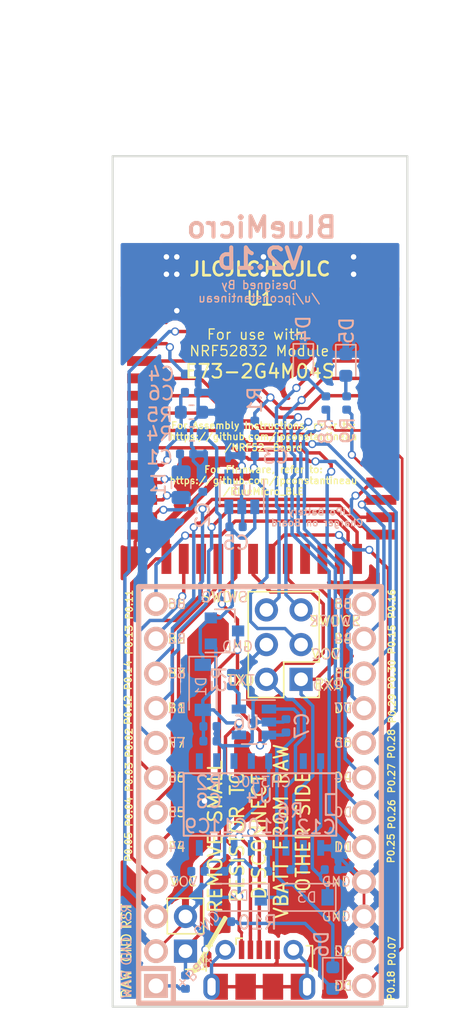
<source format=kicad_pcb>
(kicad_pcb (version 20171130) (host pcbnew "(5.0.0)")
  (layers (0 F.Cu signal) (31 B.Cu signal) (34 B.Paste user hide) (35 F.Paste user hide) (36 B.SilkS user) (37 F.SilkS user) (38 B.Mask user hide) (39 F.Mask user hide) (44 Edge.Cuts user))
  (net 0 "")
  (net 1 GND)
  (net 2 "Net-(C1-Pad1)")
  (net 3 "Net-(C2-Pad1)")
  (net 4 VCC)
  (net 5 SWDIO)
  (net 6 RESET)
  (net 7 SWDCLK)
  (net 8 "Net-(L1-Pad2)")
  (net 9 SCK)
  (net 10 /P0.11)
  (net 11 RXD)
  (net 12 TXD)
  (net 13 /P0.05)
  (net 14 /P0.04)
  (net 15 /P0.03)
  (net 16 /P0.02)
  (net 17 MOSI)
  (net 18 MISO)
  (net 19 /P0.15)
  (net 20 /P0.16)
  (net 21 SDA)
  (net 22 SCL)
  (net 23 /P0.27)
  (net 24 /P0.28)
  (net 25 /P0.29)
  (net 26 /P0.30)
  (net 27 /P0.07)
  (net 28 "Net-(C4-Pad1)")
  (net 29 "Net-(J1-Pad6)")
  (net 30 /Data-)
  (net 31 /VBus)
  (net 32 /Data+)
  (net 33 "Net-(C5-Pad1)")
  (net 34 /VBatt)
  (net 35 "Net-(R3-Pad1)")
  (net 36 /DTR)
  (net 37 "Net-(R6-Pad2)")
  (net 38 /P0.31)
  (net 39 "Net-(C10-Pad1)")
  (net 40 "Net-(C12-Pad1)")
  (net 41 "Net-(D2-Pad1)")
  (net 42 "Net-(R7-Pad2)")
  (net 43 SWO)
  (net 44 "Net-(D4-Pad2)")
  (net 45 "Net-(D5-Pad2)")
  (net 46 /LED2)
  (net 47 /LED1)
  (net 48 "Net-(D6-Pad1)")
  (net 49 "Net-(D6-Pad2)")
  (module SMD_Packages:SO-16-N (layer B.Cu) (at 109.22 138.8745 180)
    (fp_text reference U4 (at 0.04572 0.62738 180) (layer B.SilkS) (effects (justify mirror)))
    (fp_text value CH340C (at -0.0635 1.651 180) (layer B.SilkS) (effects (font (size 0.75 0.75) (thickness 0.11)) (justify mirror)))
    (pad 16 smd rect (at -4.445 3.175 180) (size 0.508 1.143) (layers B.Cu B.Paste B.Mask) (net 40 "Net-(C12-Pad1)"))
    (pad 14 smd rect (at -1.905 3.175 180) (size 0.508 1.143) (layers B.Cu B.Paste B.Mask))
    (pad 13 smd rect (at -0.635 3.175 180) (size 0.508 1.143) (layers B.Cu B.Paste B.Mask) (net 36 /DTR))
    (pad 12 smd rect (at 0.635 3.175 180) (size 0.508 1.143) (layers B.Cu B.Paste B.Mask))
    (pad 11 smd rect (at 1.905 3.175 180) (size 0.508 1.143) (layers B.Cu B.Paste B.Mask))
    (pad 10 smd rect (at 3.175 3.175 180) (size 0.508 1.143) (layers B.Cu B.Paste B.Mask))
    (pad 9 smd rect (at 4.445 3.175 180) (size 0.508 1.143) (layers B.Cu B.Paste B.Mask))
    (pad 8 smd rect (at 4.445 -3.175 180) (size 0.508 1.143) (layers B.Cu B.Paste B.Mask))
    (pad 7 smd rect (at 3.175 -3.175 180) (size 0.508 1.143) (layers B.Cu B.Paste B.Mask))
    (pad 6 smd rect (at 1.905 -3.175 180) (size 0.508 1.143) (layers B.Cu B.Paste B.Mask) (net 30 /Data-))
    (pad 5 smd rect (at 0.635 -3.175 180) (size 0.508 1.143) (layers B.Cu B.Paste B.Mask) (net 32 /Data+))
    (pad 4 smd rect (at -0.635 -3.175 180) (size 0.508 1.143) (layers B.Cu B.Paste B.Mask) (net 39 "Net-(C10-Pad1)"))
    (pad 3 smd rect (at -1.905 -3.175 180) (size 0.508 1.143) (layers B.Cu B.Paste B.Mask) (net 12 TXD))
    (pad 2 smd rect (at -3.175 -3.175 180) (size 0.508 1.143) (layers B.Cu B.Paste B.Mask) (net 37 "Net-(R6-Pad2)"))
    (pad 1 smd rect (at -4.445 -3.175 180) (size 0.508 1.143) (layers B.Cu B.Paste B.Mask) (net 1 GND))
    (pad 15 smd rect (at -3.175 3.175 180) (size 0.508 1.143) (layers B.Cu B.Paste B.Mask))
  )
  (module footprints:Pro_Micro (layer B.Cu) (at 109.22 139.7)
    (fp_text reference U2)
    (fp_text value ProMicro hide)
    (fp_text user RAW (at -9.779 12.319 90) (layer F.SilkS) (effects (font (size 0.7 0.7) (thickness 0.1))))
    (fp_text user GND (at -9.779 9.652 270) (layer F.SilkS) (effects (font (size 0.7 0.7) (thickness 0.1))))
    (fp_text user RST (at -9.779 7.366 90) (layer F.SilkS) (effects (font (size 0.7 0.7) (thickness 0.1))))
    (fp_text user VCC (at -5.588 4.826) (layer F.SilkS) (effects (font (size 0.7 0.7) (thickness 0.1))))
    (fp_text user F4 (at -6.096 2.286) (layer F.SilkS) (effects (font (size 0.7 0.7) (thickness 0.1))))
    (fp_text user F5 (at -6.096 -0.254) (layer F.SilkS) (effects (font (size 0.7 0.7) (thickness 0.1))))
    (fp_text user F7 (at -6.096 -5.334) (layer F.SilkS) (effects (font (size 0.7 0.7) (thickness 0.1))))
    (fp_text user F6 (at -6.096 -2.794) (layer F.SilkS) (effects (font (size 0.7 0.7) (thickness 0.1))))
    (fp_text user B1 (at -6.096 -7.874) (layer F.SilkS) (effects (font (size 0.7 0.7) (thickness 0.1))))
    (fp_text user B3 (at -6.096 -10.414) (layer F.SilkS) (effects (font (size 0.7 0.7) (thickness 0.1))))
    (fp_text user B2 (at -6.096 -12.954) (layer F.SilkS) (effects (font (size 0.7 0.7) (thickness 0.1))))
    (fp_text user B6 (at -6.096 -15.494) (layer F.SilkS) (effects (font (size 0.7 0.7) (thickness 0.1))))
    (fp_text user D3 (at 6.096 12.446) (layer F.SilkS) (effects (font (size 0.7 0.7) (thickness 0.1))))
    (fp_text user D2 (at 6.096 9.906) (layer F.SilkS) (effects (font (size 0.7 0.7) (thickness 0.1))))
    (fp_text user GND (at 5.588 7.366) (layer F.SilkS) (effects (font (size 0.7 0.7) (thickness 0.1))))
    (fp_text user GND (at 5.588 4.826) (layer F.SilkS) (effects (font (size 0.7 0.7) (thickness 0.1))))
    (fp_text user D1 (at 6.096 2.286) (layer F.SilkS) (effects (font (size 0.7 0.7) (thickness 0.1))))
    (fp_text user D0 (at 6.096 -0.254) (layer F.SilkS) (effects (font (size 0.7 0.7) (thickness 0.1))))
    (fp_text user D4 (at 6.096 -2.794) (layer F.SilkS) (effects (font (size 0.7 0.7) (thickness 0.1))))
    (fp_text user C6 (at 6.096 -5.334) (layer F.SilkS) (effects (font (size 0.7 0.7) (thickness 0.1))))
    (fp_text user D7 (at 6.096 -7.874) (layer F.SilkS) (effects (font (size 0.7 0.7) (thickness 0.1))))
    (fp_text user E6 (at 6.096 -10.414) (layer F.SilkS) (effects (font (size 0.7 0.7) (thickness 0.1))))
    (fp_text user B4 (at 6.096 -12.954) (layer F.SilkS) (effects (font (size 0.7 0.7) (thickness 0.1))))
    (fp_text user B5 (at 6.096 -15.494) (layer F.SilkS) (effects (font (size 0.7 0.7) (thickness 0.1))))
    (fp_text user B5 (at 6.096 -15.494) (layer B.SilkS) (effects (font (size 0.7 0.7) (thickness 0.1)) (justify mirror)))
    (fp_text user B4 (at 6.096 -12.954) (layer B.SilkS) (effects (font (size 0.7 0.7) (thickness 0.1)) (justify mirror)))
    (fp_text user E6 (at 6.096 -10.414) (layer B.SilkS) (effects (font (size 0.7 0.7) (thickness 0.1)) (justify mirror)))
    (fp_text user D7 (at 6.096 -7.874) (layer B.SilkS) (effects (font (size 0.7 0.7) (thickness 0.1)) (justify mirror)))
    (fp_text user C6 (at 6.096 -5.334) (layer B.SilkS) (effects (font (size 0.7 0.7) (thickness 0.1)) (justify mirror)))
    (fp_text user D4 (at 6.096 -2.794) (layer B.SilkS) (effects (font (size 0.7 0.7) (thickness 0.1)) (justify mirror)))
    (fp_text user D0 (at 6.096 -0.254) (layer B.SilkS) (effects (font (size 0.7 0.7) (thickness 0.1)) (justify mirror)))
    (fp_text user D1 (at 6.096 2.286) (layer B.SilkS) (effects (font (size 0.7 0.7) (thickness 0.1)) (justify mirror)))
    (fp_text user GND (at 5.588 4.826) (layer B.SilkS) (effects (font (size 0.7 0.7) (thickness 0.1)) (justify mirror)))
    (fp_text user GND (at 5.588 7.366) (layer B.SilkS) (effects (font (size 0.7 0.7) (thickness 0.1)) (justify mirror)))
    (fp_text user D2 (at 6.096 9.906) (layer B.SilkS) (effects (font (size 0.7 0.7) (thickness 0.1)) (justify mirror)))
    (fp_text user D3 (at 6.096 12.446) (layer B.SilkS) (effects (font (size 0.7 0.7) (thickness 0.1)) (justify mirror)))
    (fp_text user B6 (at -6.096 -15.494) (layer B.SilkS) (effects (font (size 0.7 0.7) (thickness 0.1)) (justify mirror)))
    (fp_text user B2 (at -6.096 -12.954) (layer B.SilkS) (effects (font (size 0.7 0.7) (thickness 0.1)) (justify mirror)))
    (fp_text user B3 (at -6.096 -10.414) (layer B.SilkS) (effects (font (size 0.7 0.7) (thickness 0.1)) (justify mirror)))
    (fp_text user B1 (at -6.096 -7.874) (layer B.SilkS) (effects (font (size 0.7 0.7) (thickness 0.1)) (justify mirror)))
    (fp_text user F6 (at -6.096 -2.794) (layer B.SilkS) (effects (font (size 0.7 0.7) (thickness 0.1)) (justify mirror)))
    (fp_text user F7 (at -6.096 -5.334) (layer B.SilkS) (effects (font (size 0.7 0.7) (thickness 0.1)) (justify mirror)))
    (fp_text user F5 (at -6.096 -0.254) (layer B.SilkS) (effects (font (size 0.7 0.7) (thickness 0.1)) (justify mirror)))
    (fp_text user F4 (at -6.096 2.286) (layer B.SilkS) (effects (font (size 0.7 0.7) (thickness 0.1)) (justify mirror)))
    (fp_text user VCC (at -5.588 4.826) (layer B.SilkS) (effects (font (size 0.7 0.7) (thickness 0.1)) (justify mirror)))
    (fp_text user RST (at -9.779 7.366 90) (layer B.SilkS) (effects (font (size 0.7 0.7) (thickness 0.1)) (justify mirror)))
    (fp_text user GND (at -9.779 9.906 90) (layer B.SilkS) (effects (font (size 0.7 0.7) (thickness 0.1)) (justify mirror)))
    (fp_text user RAW (at -9.779 12.319 90) (layer B.SilkS) (effects (font (size 0.7 0.7) (thickness 0.1)) (justify mirror)))
    (pad 1 thru_hole rect (at -7.62 12.446 90) (size 1.7526 1.7526) (drill 1.0922) (layers *.Cu *.SilkS *.Mask) (net 42 "Net-(R7-Pad2)"))
    (pad 2 thru_hole circle (at -7.62 9.906 90) (size 1.7526 1.7526) (drill 1.0922) (layers *.Cu *.SilkS *.Mask) (net 1 GND))
    (pad 3 thru_hole circle (at -7.62 7.366 90) (size 1.7526 1.7526) (drill 1.0922) (layers *.Cu *.SilkS *.Mask) (net 6 RESET))
    (pad 4 thru_hole circle (at -7.62 4.826 90) (size 1.7526 1.7526) (drill 1.0922) (layers *.Cu *.SilkS *.Mask) (net 4 VCC))
    (pad 5 thru_hole circle (at -7.62 2.286 90) (size 1.7526 1.7526) (drill 1.0922) (layers *.Cu *.SilkS *.Mask) (net 13 /P0.05))
    (pad 6 thru_hole circle (at -7.62 -0.254 90) (size 1.7526 1.7526) (drill 1.0922) (layers *.Cu *.SilkS *.Mask) (net 14 /P0.04))
    (pad 7 thru_hole circle (at -7.62 -2.794 90) (size 1.7526 1.7526) (drill 1.0922) (layers *.Cu *.SilkS *.Mask) (net 15 /P0.03))
    (pad 8 thru_hole circle (at -7.62 -5.334 90) (size 1.7526 1.7526) (drill 1.0922) (layers *.Cu *.SilkS *.Mask) (net 16 /P0.02))
    (pad 9 thru_hole circle (at -7.62 -7.874 90) (size 1.7526 1.7526) (drill 1.0922) (layers *.Cu *.SilkS *.Mask) (net 9 SCK))
    (pad 10 thru_hole circle (at -7.62 -10.414 90) (size 1.7526 1.7526) (drill 1.0922) (layers *.Cu *.SilkS *.Mask) (net 18 MISO))
    (pad 11 thru_hole circle (at -7.62 -12.954 90) (size 1.7526 1.7526) (drill 1.0922) (layers *.Cu *.SilkS *.Mask) (net 17 MOSI))
    (pad 12 thru_hole circle (at -7.62 -15.494 90) (size 1.7526 1.7526) (drill 1.0922) (layers *.Cu *.SilkS *.Mask) (net 10 /P0.11))
    (pad 24 thru_hole circle (at 7.62 -15.494 90) (size 1.7526 1.7526) (drill 1.0922) (layers *.Cu *.SilkS *.Mask) (net 20 /P0.16))
    (pad 23 thru_hole circle (at 7.62 -12.954 90) (size 1.7526 1.7526) (drill 1.0922) (layers *.Cu *.SilkS *.Mask) (net 19 /P0.15))
    (pad 22 thru_hole circle (at 7.62 -10.414 90) (size 1.7526 1.7526) (drill 1.0922) (layers *.Cu *.SilkS *.Mask) (net 26 /P0.30))
    (pad 21 thru_hole circle (at 7.62 -7.874 90) (size 1.7526 1.7526) (drill 1.0922) (layers *.Cu *.SilkS *.Mask) (net 25 /P0.29))
    (pad 20 thru_hole circle (at 7.62 -5.334 90) (size 1.7526 1.7526) (drill 1.0922) (layers *.Cu *.SilkS *.Mask) (net 24 /P0.28))
    (pad 19 thru_hole circle (at 7.62 -2.794 90) (size 1.7526 1.7526) (drill 1.0922) (layers *.Cu *.SilkS *.Mask) (net 23 /P0.27))
    (pad 18 thru_hole circle (at 7.62 -0.254 90) (size 1.7526 1.7526) (drill 1.0922) (layers *.Cu *.SilkS *.Mask) (net 22 SCL))
    (pad 17 thru_hole circle (at 7.62 2.286 90) (size 1.7526 1.7526) (drill 1.0922) (layers *.Cu *.SilkS *.Mask) (net 21 SDA))
    (pad 16 thru_hole circle (at 7.62 4.826 90) (size 1.7526 1.7526) (drill 1.0922) (layers *.Cu *.SilkS *.Mask) (net 1 GND))
    (pad 15 thru_hole circle (at 7.62 7.366 90) (size 1.7526 1.7526) (drill 1.0922) (layers *.Cu *.SilkS *.Mask) (net 1 GND))
    (pad 14 thru_hole circle (at 7.62 9.906 90) (size 1.7526 1.7526) (drill 1.0922) (layers *.Cu *.SilkS *.Mask) (net 27 /P0.07))
    (pad 13 thru_hole circle (at 7.62 12.446 90) (size 1.7526 1.7526) (drill 1.0922) (layers *.Cu *.SilkS *.Mask) (net 43 SWO))
  )
  (module E73:E73-2G4M04S (layer F.Cu) (at 109.22 106.68 180)
    (fp_text reference U1 (at 0 4.826 180) (layer F.SilkS))
    (fp_text value E73-2G4M04S (at 0 -0.5 180) (layer F.SilkS))
    (pad 27 smd rect (at -7.112 -14.224 180) (size 0.72 2.2) (layers F.Cu F.Paste F.Mask) (net 9 SCK))
    (pad 26 smd rect (at -5.842 -14.224 180) (size 0.72 2.2) (layers F.Cu F.Paste F.Mask) (net 10 /P0.11))
    (pad 25 smd rect (at -4.572 -14.224 180) (size 0.72 2.2) (layers F.Cu F.Paste F.Mask))
    (pad 24 smd rect (at -3.302 -14.224 180) (size 0.72 2.2) (layers F.Cu F.Paste F.Mask))
    (pad 23 smd rect (at -2.032 -14.224 180) (size 0.72 2.2) (layers F.Cu F.Paste F.Mask) (net 11 RXD))
    (pad 22 smd rect (at -0.762 -14.224 180) (size 0.72 2.2) (layers F.Cu F.Paste F.Mask) (net 27 /P0.07))
    (pad 21 smd rect (at 0.508 -14.224 180) (size 0.72 2.2) (layers F.Cu F.Paste F.Mask) (net 12 TXD))
    (pad 20 smd rect (at 1.778 -14.224 180) (size 0.72 2.2) (layers F.Cu F.Paste F.Mask) (net 13 /P0.05))
    (pad 19 smd rect (at 3.048 -14.224 180) (size 0.72 2.2) (layers F.Cu F.Paste F.Mask) (net 14 /P0.04))
    (pad 18 smd rect (at 4.318 -14.224 180) (size 0.72 2.2) (layers F.Cu F.Paste F.Mask) (net 15 /P0.03))
    (pad 17 smd rect (at 5.588 -14.224 180) (size 0.72 2.2) (layers F.Cu F.Paste F.Mask) (net 16 /P0.02))
    (pad 16 smd rect (at 6.858 -14.224 180) (size 0.72 2.2) (layers F.Cu F.Paste F.Mask) (net 4 VCC))
    (pad 28 smd rect (at -8.89 -12.446 180) (size 2.2 0.72) (layers F.Cu F.Paste F.Mask) (net 17 MOSI))
    (pad 29 smd rect (at -8.89 -11.176 180) (size 2.2 0.72) (layers F.Cu F.Paste F.Mask) (net 18 MISO))
    (pad 30 smd rect (at -8.89 -9.906 180) (size 2.2 0.72) (layers F.Cu F.Paste F.Mask) (net 19 /P0.15))
    (pad 31 smd rect (at -8.89 -8.636 180) (size 2.2 0.72) (layers F.Cu F.Paste F.Mask) (net 20 /P0.16))
    (pad 32 smd rect (at -8.89 -7.366 180) (size 2.2 0.72) (layers F.Cu F.Paste F.Mask) (net 47 /LED1))
    (pad 33 smd rect (at -8.89 -6.096 180) (size 2.2 0.72) (layers F.Cu F.Paste F.Mask) (net 43 SWO))
    (pad 34 smd rect (at -8.89 -4.826 180) (size 2.2 0.72) (layers F.Cu F.Paste F.Mask) (net 46 /LED2))
    (pad 35 smd rect (at -8.89 -3.556 180) (size 2.2 0.72) (layers F.Cu F.Paste F.Mask))
    (pad 36 smd rect (at -8.89 -2.286 180) (size 2.2 0.72) (layers F.Cu F.Paste F.Mask) (net 6 RESET))
    (pad 37 smd rect (at -8.89 -1.016 180) (size 2.2 0.72) (layers F.Cu F.Paste F.Mask) (net 7 SWDCLK))
    (pad 38 smd rect (at -8.89 0.254 180) (size 2.2 0.72) (layers F.Cu F.Paste F.Mask) (net 5 SWDIO))
    (pad 39 smd rect (at -8.89 1.524 180) (size 2.2 0.72) (layers F.Cu F.Paste F.Mask))
    (pad 40 smd rect (at -8.89 2.794 180) (size 2.2 0.72) (layers F.Cu F.Paste F.Mask))
    (pad 41 smd rect (at -8.89 4.064 180) (size 2.2 0.72) (layers F.Cu F.Paste F.Mask))
    (pad 42 smd rect (at -8.89 6.604 180) (size 2.2 0.72) (layers F.Cu F.Paste F.Mask) (net 1 GND))
    (pad 43 smd rect (at -8.89 7.874 180) (size 2.2 0.72) (layers F.Cu F.Paste F.Mask) (net 1 GND))
    (pad 0 smd rect (at 8.636 7.874 180) (size 2.2 0.72) (layers F.Cu F.Paste F.Mask) (net 1 GND))
    (pad 1 smd rect (at 8.636 6.604 180) (size 2.2 0.72) (layers F.Cu F.Paste F.Mask) (net 1 GND))
    (pad 2 smd rect (at 8.636 4.064 180) (size 2.2 0.72) (layers F.Cu F.Paste F.Mask) (net 1 GND))
    (pad 3 smd rect (at 8.636 2.794 180) (size 2.2 0.72) (layers F.Cu F.Paste F.Mask))
    (pad 4 smd rect (at 8.636 1.524 180) (size 2.2 0.72) (layers F.Cu F.Paste F.Mask) (net 28 "Net-(C4-Pad1)"))
    (pad 5 smd rect (at 8.636 0.254 180) (size 2.2 0.72) (layers F.Cu F.Paste F.Mask) (net 21 SDA))
    (pad 6 smd rect (at 8.636 -1.016 180) (size 2.2 0.72) (layers F.Cu F.Paste F.Mask) (net 22 SCL))
    (pad 7 smd rect (at 8.636 -2.286 180) (size 2.2 0.72) (layers F.Cu F.Paste F.Mask) (net 23 /P0.27))
    (pad 8 smd rect (at 8.636 -3.556 180) (size 2.2 0.72) (layers F.Cu F.Paste F.Mask) (net 24 /P0.28))
    (pad 9 smd rect (at 8.636 -4.826 180) (size 2.2 0.72) (layers F.Cu F.Paste F.Mask) (net 25 /P0.29))
    (pad 10 smd rect (at 8.636 -6.096 180) (size 2.2 0.72) (layers F.Cu F.Paste F.Mask) (net 26 /P0.30))
    (pad 11 smd rect (at 8.636 -7.366 180) (size 2.2 0.72) (layers F.Cu F.Paste F.Mask) (net 38 /P0.31))
    (pad 12 smd rect (at 8.636 -8.636 180) (size 2.2 0.72) (layers F.Cu F.Paste F.Mask) (net 2 "Net-(C1-Pad1)"))
    (pad 13 smd rect (at 8.636 -9.906 180) (size 2.2 0.72) (layers F.Cu F.Paste F.Mask) (net 8 "Net-(L1-Pad2)"))
    (pad 14 smd rect (at 8.636 -11.176 180) (size 2.2 0.72) (layers F.Cu F.Paste F.Mask) (net 3 "Net-(C2-Pad1)"))
    (pad 15 smd rect (at 8.636 -12.446 180) (size 2.2 0.72) (layers F.Cu F.Paste F.Mask) (net 1 GND))
  )
  (module Connectors_USB:USB_Micro-B_Molex-105017-0001 (layer F.Cu) (at 109.1692 151.85898)
    (fp_text reference J1 hide)
    (fp_text value USB_OTG)
    (pad 6 smd rect (at 1 0.35) (size 1.5 1.9) (layers F.Cu F.Paste F.Mask) (net 29 "Net-(J1-Pad6)"))
    (pad 6 thru_hole circle (at -2.5 -2.35) (size 1.45 1.45) (drill 0.85) (layers *.Cu *.Mask) (net 29 "Net-(J1-Pad6)"))
    (pad 2 smd rect (at -0.65 -2.35) (size 0.4 1.35) (layers F.Cu F.Paste F.Mask) (net 30 /Data-))
    (pad 1 smd rect (at -1.3 -2.35) (size 0.4 1.35) (layers F.Cu F.Paste F.Mask) (net 31 /VBus))
    (pad 5 smd rect (at 1.3 -2.35) (size 0.4 1.35) (layers F.Cu F.Paste F.Mask) (net 1 GND))
    (pad 4 smd rect (at 0.65 -2.35) (size 0.4 1.35) (layers F.Cu F.Paste F.Mask))
    (pad 3 smd rect (at 0 -2.35) (size 0.4 1.35) (layers F.Cu F.Paste F.Mask) (net 32 /Data+))
    (pad 6 thru_hole circle (at 2.5 -2.35) (size 1.45 1.45) (drill 0.85) (layers *.Cu *.Mask) (net 29 "Net-(J1-Pad6)"))
    (pad 6 smd rect (at -1 0.35) (size 1.5 1.9) (layers F.Cu F.Paste F.Mask) (net 29 "Net-(J1-Pad6)"))
    (pad 6 thru_hole oval (at -3.5 0.35 180) (size 1.2 1.9) (drill oval 0.6 1.3) (layers *.Cu *.Mask) (net 29 "Net-(J1-Pad6)"))
    (pad 6 thru_hole oval (at 3.5 0.35) (size 1.2 1.9) (drill oval 0.6 1.3) (layers *.Cu *.Mask) (net 29 "Net-(J1-Pad6)"))
    (pad 6 smd rect (at 2.9 0.35) (size 1.2 1.9) (layers F.Cu F.Mask) (net 29 "Net-(J1-Pad6)"))
    (pad 6 smd rect (at -2.9 0.35) (size 1.2 1.9) (layers F.Cu F.Mask) (net 29 "Net-(J1-Pad6)"))
  )
  (module TO_SOT_Packages_SMD:SOT-23 (layer B.Cu) (at 106.6165 126.1745)
    (fp_text reference Q1 hide)
    (fp_text value SI2301CDS-T1-GE3 hide)
    (pad 1 smd rect (at -1 0.95) (size 0.9 0.8) (layers B.Cu B.Paste B.Mask) (net 31 /VBus))
    (pad 2 smd rect (at -1 -0.95) (size 0.9 0.8) (layers B.Cu B.Paste B.Mask) (net 33 "Net-(C5-Pad1)"))
    (pad 3 smd rect (at 1 0) (size 0.9 0.8) (layers B.Cu B.Paste B.Mask) (net 34 /VBatt))
  )
  (module Pin_Headers:Pin_Header_Straight_1x02_Pitch2.54mm (layer F.Cu) (at 103.759 149.606 180)
    (fp_text reference J3)
    (fp_text value Conn_01x02)
    (pad 1 thru_hole rect (at 0 0 180) (size 1.7 1.7) (drill 1) (layers *.Cu *.Mask) (net 34 /VBatt))
    (pad 2 thru_hole oval (at 0 2.54 180) (size 1.7 1.7) (drill 1) (layers *.Cu *.Mask) (net 1 GND))
  )
  (module Pin_Headers:Pin_Header_Straight_2x03_Pitch2.54mm (layer F.Cu) (at 112.2299 129.71526 180)
    (fp_text reference J2)
    (fp_text value "Serial Connector")
    (pad 1 thru_hole rect (at 0 0 180) (size 1.7 1.7) (drill 1) (layers *.Cu *.Mask) (net 11 RXD))
    (pad 2 thru_hole oval (at 2.54 0 180) (size 1.7 1.7) (drill 1) (layers *.Cu *.Mask) (net 12 TXD))
    (pad 3 thru_hole oval (at 0 2.54 180) (size 1.7 1.7) (drill 1) (layers *.Cu *.Mask) (net 4 VCC))
    (pad 4 thru_hole oval (at 2.54 2.54 180) (size 1.7 1.7) (drill 1) (layers *.Cu *.Mask) (net 1 GND))
    (pad 5 thru_hole oval (at 0 5.08 180) (size 1.7 1.7) (drill 1) (layers *.Cu *.Mask) (net 7 SWDCLK))
    (pad 6 thru_hole oval (at 2.54 5.08 180) (size 1.7 1.7) (drill 1) (layers *.Cu *.Mask) (net 5 SWDIO))
  )
  (module Diode_SMD:D_SOD-123 (layer B.Cu) (at 105.029 130.302 270)
    (fp_text reference D1 (at -0.0625 0.127 270) (layer B.SilkS) (effects (font (size 0.75 0.75) (thickness 0.1)) (justify mirror)))
    (fp_text value MBR120)
    (pad 1 smd rect (at -1.65 0 270) (size 0.9 1.2) (layers B.Cu B.Paste B.Mask) (net 33 "Net-(C5-Pad1)"))
    (pad 2 smd rect (at 1.65 0 270) (size 0.9 1.2) (layers B.Cu B.Paste B.Mask) (net 31 /VBus))
  )
  (module Diode_SMD:D_SOD-123 (layer B.Cu) (at 107.6325 145.669 180)
    (fp_text reference D2 (at -0.0635 0.127 180) (layer B.SilkS) (effects (font (size 0.75 0.75) (thickness 0.1)) (justify mirror)))
    (fp_text value D)
    (pad 2 smd rect (at 1.65 0 180) (size 0.9 1.2) (layers B.Cu B.Paste B.Mask) (net 31 /VBus))
    (pad 1 smd rect (at -1.65 0 180) (size 0.9 1.2) (layers B.Cu B.Paste B.Mask) (net 41 "Net-(D2-Pad1)"))
  )
  (module Diode_SMD:D_SOD-123 (layer B.Cu) (at 112.522 145.669 180)
    (fp_text reference D3 (at -0.127 0 180) (layer B.SilkS) (effects (font (size 0.75 0.75) (thickness 0.1)) (justify mirror)))
    (fp_text value D)
    (pad 1 smd rect (at -1.65 0 180) (size 0.9 1.2) (layers B.Cu B.Paste B.Mask) (net 40 "Net-(C12-Pad1)"))
    (pad 2 smd rect (at 1.65 0 180) (size 0.9 1.2) (layers B.Cu B.Paste B.Mask) (net 41 "Net-(D2-Pad1)"))
  )
  (module Resistor_SMD:R_0402_1005Metric (layer B.Cu) (at 103.759 151.869 270)
    (fp_text reference R7 hide)
    (fp_text value JUMP)
    (pad 1 smd roundrect (at -0.485 0 270) (size 0.59 0.64) (layers B.Cu B.Paste B.Mask) (net 34 /VBatt))
    (pad 2 smd roundrect (at 0.485 0 270) (size 0.59 0.64) (layers B.Cu B.Paste B.Mask) (net 42 "Net-(R7-Pad2)"))
  )
  (module Package_TO_SOT_SMD:SOT-23-5 (layer B.Cu) (at 107.8865 115.994 90)
    (fp_text reference U3 (at 0.09018 0.02536 180) (layer B.SilkS) (effects (font (size 0.75 0.75) (thickness 0.1)) (justify mirror)))
    (fp_text value AP2112K-3.3)
    (pad 1 smd rect (at -1.1 0.95 90) (size 1.06 0.65) (layers B.Cu B.Paste B.Mask) (net 33 "Net-(C5-Pad1)"))
    (pad 2 smd rect (at -1.1 0 90) (size 1.06 0.65) (layers B.Cu B.Paste B.Mask) (net 1 GND))
    (pad 3 smd rect (at -1.1 -0.95 90) (size 1.06 0.65) (layers B.Cu B.Paste B.Mask) (net 33 "Net-(C5-Pad1)"))
    (pad 4 smd rect (at 1.1 -0.95 90) (size 1.06 0.65) (layers B.Cu B.Paste B.Mask))
    (pad 5 smd rect (at 1.1 0.95 90) (size 1.06 0.65) (layers B.Cu B.Paste B.Mask) (net 4 VCC))
  )
  (module Capacitor_SMD:C_0402_1005Metric (layer B.Cu) (at 104.2035 107.3785)
    (fp_text reference C4 (at -2.2225 0) (layer B.SilkS) (effects (justify mirror)))
    (fp_text value "100 pF")
    (pad 1 smd roundrect (at -0.485 0) (size 0.59 0.64) (layers B.Cu B.Paste B.Mask) (net 28 "Net-(C4-Pad1)"))
    (pad 2 smd roundrect (at 0.485 0) (size 0.59 0.64) (layers B.Cu B.Paste B.Mask) (net 1 GND))
  )
  (module Capacitor_SMD:C_0402_1005Metric (layer B.Cu) (at 104.2035 108.712)
    (fp_text reference C6 (at -2.2225 0.0635) (layer B.SilkS) (effects (justify mirror)))
    (fp_text value 1nF)
    (pad 2 smd roundrect (at 0.485 0) (size 0.59 0.64) (layers B.Cu B.Paste B.Mask) (net 1 GND))
    (pad 1 smd roundrect (at -0.485 0) (size 0.59 0.64) (layers B.Cu B.Paste B.Mask) (net 38 /P0.31))
  )
  (module Resistor_SMD:R_0402_1005Metric (layer B.Cu) (at 108.839 111.275 270)
    (fp_text reference R1 (at -1.9915 0 270) (layer B.SilkS) (effects (justify mirror)))
    (fp_text value 10k)
    (pad 1 smd roundrect (at -0.485 0 270) (size 0.59 0.64) (layers B.Cu B.Paste B.Mask) (net 6 RESET))
    (pad 2 smd roundrect (at 0.485 0 270) (size 0.59 0.64) (layers B.Cu B.Paste B.Mask) (net 4 VCC))
  )
  (module Resistor_SMD:R_0402_1005Metric (layer B.Cu) (at 105.56 133.1595)
    (fp_text reference R2 (at -0.0865 4.1275) (layer B.SilkS) (effects (justify mirror)))
    (fp_text value 100K)
    (pad 2 smd roundrect (at 0.485 0) (size 0.59 0.64) (layers B.Cu B.Paste B.Mask) (net 1 GND))
    (pad 1 smd roundrect (at -0.485 0) (size 0.59 0.64) (layers B.Cu B.Paste B.Mask) (net 31 /VBus))
  )
  (module Resistor_SMD:R_0402_1005Metric (layer B.Cu) (at 107.1245 129.7305 90)
    (fp_text reference R3 (at 0 -0.889 90) (layer B.SilkS) (effects (justify mirror)))
    (fp_text value 10K)
    (pad 1 smd roundrect (at -0.485 0 90) (size 0.59 0.64) (layers B.Cu B.Paste B.Mask) (net 35 "Net-(R3-Pad1)"))
    (pad 2 smd roundrect (at 0.485 0 90) (size 0.59 0.64) (layers B.Cu B.Paste B.Mask) (net 1 GND))
  )
  (module Resistor_SMD:R_0603_1608Metric (layer B.Cu) (at 104.229 111.76 180)
    (fp_text reference R4 (at 2.375 0 180) (layer B.SilkS) (effects (justify mirror)))
    (fp_text value 806K)
    (pad 2 smd roundrect (at 0.7875 0 180) (size 0.875 0.95) (layers B.Cu B.Paste B.Mask) (net 38 /P0.31))
    (pad 1 smd roundrect (at -0.7875 0 180) (size 0.875 0.95) (layers B.Cu B.Paste B.Mask) (net 34 /VBatt))
  )
  (module Resistor_SMD:R_0603_1608Metric (layer B.Cu) (at 104.2035 110.1725)
    (fp_text reference R5 (at -2.3495 0.1905) (layer B.SilkS) (effects (justify mirror)))
    (fp_text value 2M)
    (pad 1 smd roundrect (at -0.7875 0) (size 0.875 0.95) (layers B.Cu B.Paste B.Mask) (net 38 /P0.31))
    (pad 2 smd roundrect (at 0.7875 0) (size 0.875 0.95) (layers B.Cu B.Paste B.Mask) (net 1 GND))
  )
  (module Resistor_SMD:R_0402_1005Metric (layer B.Cu) (at 111.9505 143.637)
    (fp_text reference R6 (at -0.508 -4.318) (layer B.SilkS) (effects (justify mirror)))
    (fp_text value 1k)
    (pad 1 smd roundrect (at -0.485 0) (size 0.59 0.64) (layers B.Cu B.Paste B.Mask) (net 11 RXD))
    (pad 2 smd roundrect (at 0.485 0) (size 0.59 0.64) (layers B.Cu B.Paste B.Mask) (net 37 "Net-(R6-Pad2)"))
  )
  (module Resistor_SMD:R_0402_1005Metric (layer B.Cu) (at 114.046 109.497 90)
    (fp_text reference R8 (at -2.0725 0 90) (layer B.SilkS) (effects (justify mirror)))
    (fp_text value 1k)
    (pad 2 smd roundrect (at 0.485 0 90) (size 0.59 0.64) (layers B.Cu B.Paste B.Mask) (net 44 "Net-(D4-Pad2)"))
    (pad 1 smd roundrect (at -0.485 0 90) (size 0.59 0.64) (layers B.Cu B.Paste B.Mask) (net 46 /LED2))
  )
  (module Resistor_SMD:R_0402_1005Metric (layer B.Cu) (at 115.57 109.497 90)
    (fp_text reference R9 (at -2.009 0.0635 90) (layer B.SilkS) (effects (justify mirror)))
    (fp_text value 1k)
    (pad 1 smd roundrect (at -0.485 0 90) (size 0.59 0.64) (layers B.Cu B.Paste B.Mask) (net 47 /LED1))
    (pad 2 smd roundrect (at 0.485 0 90) (size 0.59 0.64) (layers B.Cu B.Paste B.Mask) (net 45 "Net-(D5-Pad2)"))
  )
  (module Resistor_SMD:R_0402_1005Metric (layer B.Cu) (at 106.6165 147.447 180)
    (fp_text reference R10 (at -2.413 -0.0635 180) (layer B.SilkS) (effects (justify mirror)))
    (fp_text value 1k)
    (pad 2 smd roundrect (at 0.485 0 180) (size 0.59 0.64) (layers B.Cu B.Paste B.Mask) (net 31 /VBus))
    (pad 1 smd roundrect (at -0.485 0 180) (size 0.59 0.64) (layers B.Cu B.Paste B.Mask) (net 49 "Net-(D6-Pad2)"))
  )
  (module Capacitor_SMD:C_0402_1005Metric (layer B.Cu) (at 103.845502 113.2205)
    (fp_text reference C1 (at -1.991502 0.254) (layer B.SilkS) (effects (justify mirror)))
    (fp_text value 1uF)
    (pad 1 smd roundrect (at -0.485 0) (size 0.59 0.64) (layers B.Cu B.Paste B.Mask) (net 2 "Net-(C1-Pad1)"))
    (pad 2 smd roundrect (at 0.485 0) (size 0.59 0.64) (layers B.Cu B.Paste B.Mask) (net 1 GND))
  )
  (module Capacitor_SMD:C_0402_1005Metric (layer B.Cu) (at 105.029 115.5065 90)
    (fp_text reference C2 (at -2.1995 0 90) (layer B.SilkS) (effects (justify mirror)))
    (fp_text value 100nF)
    (pad 2 smd roundrect (at 0.485 0 90) (size 0.59 0.64) (layers B.Cu B.Paste B.Mask) (net 1 GND))
    (pad 1 smd roundrect (at -0.485 0 90) (size 0.59 0.64) (layers B.Cu B.Paste B.Mask) (net 3 "Net-(C2-Pad1)"))
  )
  (module Capacitor_SMD:C_0402_1005Metric (layer B.Cu) (at 108.354002 113.347501 180)
    (fp_text reference C3 (at -2.008998 -0.063499 180) (layer B.SilkS) (effects (justify mirror)))
    (fp_text value 10uF)
    (pad 2 smd roundrect (at 0.485 0 180) (size 0.59 0.64) (layers B.Cu B.Paste B.Mask) (net 1 GND))
    (pad 1 smd roundrect (at -0.485 0 180) (size 0.59 0.64) (layers B.Cu B.Paste B.Mask) (net 4 VCC))
  )
  (module Capacitor_SMD:C_0402_1005Metric (layer B.Cu) (at 107.465 118.5545)
    (fp_text reference C5 (at 0 1.17) (layer B.SilkS) (effects (justify mirror)))
    (fp_text value 10uF)
    (pad 2 smd roundrect (at 0.485 0) (size 0.59 0.64) (layers B.Cu B.Paste B.Mask) (net 1 GND))
    (pad 1 smd roundrect (at -0.485 0) (size 0.59 0.64) (layers B.Cu B.Paste B.Mask) (net 33 "Net-(C5-Pad1)"))
  )
  (module Capacitor_SMD:C_0402_1005Metric (layer B.Cu) (at 111.125 133.119 90)
    (fp_text reference C7 (at 0 1.17 90) (layer B.SilkS) (effects (justify mirror)))
    (fp_text value 10uF)
    (pad 1 smd roundrect (at -0.485 0 90) (size 0.59 0.64) (layers B.Cu B.Paste B.Mask) (net 34 /VBatt))
    (pad 2 smd roundrect (at 0.485 0 90) (size 0.59 0.64) (layers B.Cu B.Paste B.Mask) (net 1 GND))
  )
  (module Capacitor_SMD:C_0402_1005Metric (layer B.Cu) (at 105.56 134.239)
    (fp_text reference C8 (at -0.0865 4.3815) (layer B.SilkS) (effects (justify mirror)))
    (fp_text value 10uF)
    (pad 2 smd roundrect (at 0.485 0) (size 0.59 0.64) (layers B.Cu B.Paste B.Mask) (net 1 GND))
    (pad 1 smd roundrect (at -0.485 0) (size 0.59 0.64) (layers B.Cu B.Paste B.Mask) (net 31 /VBus))
  )
  (module Capacitor_SMD:C_0402_1005Metric (layer B.Cu) (at 104.671002 143.764001)
    (fp_text reference C9 (at -0.023002 -3.302001) (layer B.SilkS) (effects (justify mirror)))
    (fp_text value 100nF)
    (pad 1 smd roundrect (at -0.485 0) (size 0.59 0.64) (layers B.Cu B.Paste B.Mask) (net 6 RESET))
    (pad 2 smd roundrect (at 0.485 0) (size 0.59 0.64) (layers B.Cu B.Paste B.Mask) (net 36 /DTR))
  )
  (module Capacitor_SMD:C_0402_1005Metric (layer B.Cu) (at 109.347 143.764 180)
    (fp_text reference C10 (at -0.381 3.302 180) (layer B.SilkS) (effects (justify mirror)))
    (fp_text value 100nF)
    (pad 1 smd roundrect (at -0.485 0 180) (size 0.59 0.64) (layers B.Cu B.Paste B.Mask) (net 39 "Net-(C10-Pad1)"))
    (pad 2 smd roundrect (at 0.485 0 180) (size 0.59 0.64) (layers B.Cu B.Paste B.Mask) (net 1 GND))
  )
  (module Capacitor_SMD:C_0402_1005Metric (layer B.Cu) (at 107.1015 143.764 180)
    (fp_text reference C11 (at 0.231 3.302 180) (layer B.SilkS) (effects (justify mirror)))
    (fp_text value 100nF)
    (pad 2 smd roundrect (at 0.485 0 180) (size 0.59 0.64) (layers B.Cu B.Paste B.Mask) (net 1 GND))
    (pad 1 smd roundrect (at -0.485 0 180) (size 0.59 0.64) (layers B.Cu B.Paste B.Mask) (net 31 /VBus))
  )
  (module Capacitor_SMD:C_0402_1005Metric (layer B.Cu) (at 114.45 143.637)
    (fp_text reference C12 (at -1.1025 -3.1115) (layer B.SilkS) (effects (justify mirror)))
    (fp_text value 100nF)
    (pad 1 smd roundrect (at -0.485 0) (size 0.59 0.64) (layers B.Cu B.Paste B.Mask) (net 40 "Net-(C12-Pad1)"))
    (pad 2 smd roundrect (at 0.485 0) (size 0.59 0.64) (layers B.Cu B.Paste B.Mask) (net 1 GND))
  )
  (module LED_SMD:LED_0603_1608Metric (layer B.Cu) (at 112.395 106.6545 270)
    (fp_text reference D4 (at -2.578 0 270) (layer B.SilkS) (effects (justify mirror)))
    (fp_text value BLUE)
    (pad 1 smd roundrect (at -0.7875 0 270) (size 0.875 0.95) (layers B.Cu B.Paste B.Mask) (net 1 GND))
    (pad 2 smd roundrect (at 0.7875 0 270) (size 0.875 0.95) (layers B.Cu B.Paste B.Mask) (net 44 "Net-(D4-Pad2)"))
  )
  (module LED_SMD:LED_0603_1608Metric (layer B.Cu) (at 115.5065 106.718 270)
    (fp_text reference D5 (at -2.5145 -0.0635 270) (layer B.SilkS) (effects (justify mirror)))
    (fp_text value RED)
    (pad 2 smd roundrect (at 0.7875 0 270) (size 0.875 0.95) (layers B.Cu B.Paste B.Mask) (net 45 "Net-(D5-Pad2)"))
    (pad 1 smd roundrect (at -0.7875 0 270) (size 0.875 0.95) (layers B.Cu B.Paste B.Mask) (net 1 GND))
  )
  (module LED_SMD:LED_0603_1608Metric (layer B.Cu) (at 114.554 151.5745 270)
    (fp_text reference D6 (at -2.4765 0.8255 270) (layer B.SilkS) (effects (justify mirror)))
    (fp_text value RED)
    (pad 1 smd roundrect (at -0.7875 0 270) (size 0.875 0.95) (layers B.Cu B.Paste B.Mask) (net 48 "Net-(D6-Pad1)"))
    (pad 2 smd roundrect (at 0.7875 0 270) (size 0.875 0.95) (layers B.Cu B.Paste B.Mask) (net 49 "Net-(D6-Pad2)"))
  )
  (module Package_TO_SOT_SMD:SOT-23-5 (layer B.Cu) (at 108.7755 132.842 180)
    (fp_text reference U6 (at 0.5715 -0.0635) (layer B.SilkS) (effects (justify mirror)))
    (fp_text value TP4054ST)
    (pad 1 smd rect (at -1.1 0.95 180) (size 1.06 0.65) (layers B.Cu B.Paste B.Mask) (net 48 "Net-(D6-Pad1)"))
    (pad 2 smd rect (at -1.1 0 180) (size 1.06 0.65) (layers B.Cu B.Paste B.Mask) (net 1 GND))
    (pad 3 smd rect (at -1.1 -0.95 180) (size 1.06 0.65) (layers B.Cu B.Paste B.Mask) (net 34 /VBatt))
    (pad 4 smd rect (at 1.1 -0.95 180) (size 1.06 0.65) (layers B.Cu B.Paste B.Mask) (net 31 /VBus))
    (pad 5 smd rect (at 1.1 0.95 180) (size 1.06 0.65) (layers B.Cu B.Paste B.Mask) (net 35 "Net-(R3-Pad1)"))
  )
  (module Inductor_SMD:L_0805_2012Metric (layer B.Cu) (at 103.4415 115.481 270)
    (fp_text reference L1 (at 0 1.65 270) (layer B.SilkS) (effects (justify mirror)))
    (fp_text value 10uH)
    (pad 1 smd roundrect (at -0.9375 0 270) (size 0.975 1.4) (layers B.Cu B.Paste B.Mask) (net 2 "Net-(C1-Pad1)"))
    (pad 2 smd roundrect (at 0.9375 0 270) (size 0.975 1.4) (layers B.Cu B.Paste B.Mask) (net 8 "Net-(L1-Pad2)"))
  )
  (gr_text "REMOVE SMALL \nRESISTOR TO \nDISCONNECT \nVBATT FROM RAW\nOTHER SIDE" (at 109.1565 140.843 90) (layer F.SilkS) (effects (font (size 1 1))))
  (gr_line (start 106.7435 147.193) (end 104.648 150.8125) (layer F.SilkS) (width 0.2))
  (gr_line (start 106.6165 147.1295) (end 106.7435 147.193) (layer F.SilkS) (width 0.2))
  (gr_line (start 104.3305 151.13) (end 106.6165 147.1295) (layer F.SilkS) (width 0.2))
  (gr_line (start 104.7115 151.003) (end 104.3305 151.13) (layer F.SilkS) (width 0.2))
  (gr_line (start 104.394 150.749) (end 104.7115 151.003) (layer F.SilkS) (width 0.2))
  (gr_line (start 104.3305 151.13) (end 104.394 150.749) (layer F.SilkS) (width 0.2))
  (gr_line (start 104.394 151.13) (end 106.68 147.1295) (layer F.SilkS) (width 0.2))
  (gr_text "For Assembly Instructions, refer to:\nhttps://github.com/jpconstantineau\n/NRF52-Board\n\nFor Firmware, refer to:\nhttps://github.com/jpconstantineau\n/BlueMicro_BLE\n" (at 109.47 113.56) (layer F.SilkS) (effects (font (size 0.5 0.5) (thickness 0.1))))
  (gr_text "For use with \nNRF52832 Module" (at 109.17 105.09) (layer F.SilkS) (effects (font (size 0.75 0.75) (thickness 0.1))))
  (gr_text "LiPo Battery \nCharger on Board" (at 113.411 117.856) (layer B.SilkS) (effects (font (size 0.5 0.5) (thickness 0.1)) (justify mirror)))
  (gr_text P0.12 (at 99.55 131.96 90) (layer F.SilkS) (effects (font (size 0.5 0.5) (thickness 0.1))))
  (gr_text P0.14 (at 99.56 129.42 90) (layer F.SilkS) (effects (font (size 0.5 0.5) (thickness 0.1))))
  (gr_text P0.13 (at 99.62 126.82 90) (layer F.SilkS) (effects (font (size 0.5 0.5) (thickness 0.1))))
  (gr_text P0.26 (at 118.87 139.59 90) (layer F.SilkS) (effects (font (size 0.5 0.5) (thickness 0.1))))
  (gr_text P0.25 (at 118.82 142.08 90) (layer F.SilkS) (effects (font (size 0.5 0.5) (thickness 0.1))))
  (gr_text P0.05 (at 99.58 141.98 90) (layer F.SilkS) (effects (font (size 0.5 0.5) (thickness 0.1))))
  (gr_text P0.04 (at 99.62 139.41 90) (layer F.SilkS) (effects (font (size 0.5 0.5) (thickness 0.1))))
  (gr_text P0.03 (at 99.62 136.86 90) (layer F.SilkS) (effects (font (size 0.5 0.5) (thickness 0.1))))
  (gr_text P0.02 (at 99.62 134.36 90) (layer F.SilkS) (effects (font (size 0.5 0.5) (thickness 0.1))))
  (gr_text P0.11 (at 99.64 124.25 90) (layer F.SilkS) (effects (font (size 0.5 0.5) (thickness 0.1))))
  (gr_text P0.16 (at 118.88 124.2 90) (layer F.SilkS) (effects (font (size 0.5 0.5) (thickness 0.1))))
  (gr_text P0.15 (at 118.88 126.8 90) (layer F.SilkS) (effects (font (size 0.5 0.5) (thickness 0.1))))
  (gr_text P0.30 (at 118.89 129.36 90) (layer F.SilkS) (effects (font (size 0.5 0.5) (thickness 0.1))))
  (gr_text P0.29 (at 118.91 131.85 90) (layer F.SilkS) (effects (font (size 0.5 0.5) (thickness 0.1))))
  (gr_text P0.28 (at 118.85 134.44 90) (layer F.SilkS) (effects (font (size 0.5 0.5) (thickness 0.1))))
  (gr_text P0.27 (at 118.86 136.96 90) (layer F.SilkS) (effects (font (size 0.5 0.5) (thickness 0.1))))
  (gr_text P0.07 (at 118.89 149.6 90) (layer F.SilkS) (effects (font (size 0.5 0.5) (thickness 0.1))))
  (gr_text P0.18 (at 118.83 152.12 90) (layer F.SilkS) (effects (font (size 0.5 0.5) (thickness 0.1))))
  (gr_text "Designed By\n/u/jpconstantineau" (at 109.1565 101.346) (layer B.SilkS) (effects (font (size 0.6 0.6) (thickness 0.1)) (justify mirror)))
  (gr_text SWDIO (at 106.6165 123.698) (layer B.SilkS) (effects (font (size 0.75 0.75) (thickness 0.1)) (justify mirror)))
  (gr_text GND (at 107.569 127.3175) (layer B.SilkS) (effects (font (size 0.75 0.75) (thickness 0.1)) (justify mirror)))
  (gr_text TXD (at 107.823 129.794) (layer B.SilkS) (effects (font (size 0.75 0.75) (thickness 0.1)) (justify mirror)))
  (gr_text RXD (at 114.173 130.175) (layer B.SilkS) (effects (font (size 0.75 0.75) (thickness 0.1)) (justify mirror)))
  (gr_text VCC (at 114.05 127.89) (layer B.SilkS) (effects (font (size 0.75 0.75) (thickness 0.1)) (justify mirror)))
  (gr_text SWDCK (at 114.72 125.44) (layer B.SilkS) (effects (font (size 0.75 0.75) (thickness 0.1)) (justify mirror)))
  (gr_text GND (at 107.569 127.3175) (layer F.SilkS) (effects (font (size 0.75 0.75) (thickness 0.1))))
  (gr_text TXD (at 107.823 129.794) (layer F.SilkS) (effects (font (size 0.75 0.75) (thickness 0.1))))
  (gr_text RXD (at 114.3 130.048) (layer F.SilkS) (effects (font (size 0.75 0.75) (thickness 0.1))))
  (gr_text VCC (at 114.04 127.86) (layer F.SilkS) (effects (font (size 0.75 0.75) (thickness 0.1))))
  (gr_text SWDCK (at 114.74 125.47) (layer F.SilkS) (effects (font (size 0.75 0.75) (thickness 0.1))))
  (gr_text SWDIO (at 106.6165 123.698) (layer F.SilkS) (effects (font (size 0.75 0.75) (thickness 0.1))))
  (gr_text +Batt (at 104.394 151.13 225) (layer B.SilkS) (effects (font (size 0.75 0.75) (thickness 0.1)) (justify mirror)))
  (gr_text GND (at 105.283 147.574 225) (layer B.SilkS) (effects (font (size 0.75 0.75) (thickness 0.1)) (justify mirror)))
  (gr_text V2.1b (at 109.22 98.933) (layer B.SilkS) (effects (font (size 1.5 1.5) (thickness 0.3)) (justify mirror)))
  (gr_text BlueMicro (at 109.347 96.647) (layer B.SilkS) (effects (font (size 1.5 1.5) (thickness 0.3)) (justify mirror)))
  (gr_text JLCJLCJLCJLC (at 109.22 99.695) (layer F.SilkS) (effects (font (size 1 1) (thickness 0.2))))
  (gr_line (start 120.015 153.67) (end 98.425 153.67) (layer Edge.Cuts) (width 0.15))
  (gr_line (start 120.015 91.44) (end 120.015 153.67) (layer Edge.Cuts) (width 0.15))
  (gr_line (start 98.425 91.44) (end 120.015 91.44) (layer Edge.Cuts) (width 0.15))
  (gr_line (start 98.425 153.67) (end 98.425 91.44) (layer Edge.Cuts) (width 0.15))
  (segment (start 100.584 119.126) (end 100.584 119.83974) (width 0.25) (layer F.Cu) (net 1))
  (segment (start 100.584 119.83974) (end 101.03612 120.29186) (width 0.25) (layer F.Cu) (net 1))
  (via (at 101.03612 120.29186) (size 0.6) (drill 0.4) (layers F.Cu B.Cu) (net 1))
  (segment (start 109.6899 126.7713) (end 109.6899 127.17526) (width 0.25) (layer B.Cu) (net 1))
  (segment (start 116.74602 144.43202) (end 116.84 144.526) (width 0.25) (layer F.Cu) (net 1))
  (segment (start 116.4675 144.1535) (end 116.84 144.526) (width 0.25) (layer F.Cu) (net 1))
  (segment (start 102.362 100.076) (end 103.124 100.076) (width 0.25) (layer B.Cu) (net 1))
  (via (at 103.124 100.076) (size 0.6) (drill 0.4) (layers F.Cu B.Cu) (net 1))
  (segment (start 100.584 100.076) (end 102.362 100.076) (width 0.25) (layer F.Cu) (net 1))
  (via (at 102.362 100.076) (size 0.6) (drill 0.4) (layers F.Cu B.Cu) (net 1))
  (segment (start 109.474 100.076) (end 103.124 100.076) (width 0.25) (layer F.Cu) (net 1))
  (segment (start 116.078 100.076) (end 109.474 100.076) (width 0.25) (layer B.Cu) (net 1))
  (via (at 109.474 100.076) (size 0.6) (drill 0.4) (layers F.Cu B.Cu) (net 1))
  (via (at 116.078 100.076) (size 0.6) (drill 0.4) (layers F.Cu B.Cu) (net 1))
  (segment (start 118.11 100.076) (end 116.078 100.076) (width 0.25) (layer F.Cu) (net 1))
  (segment (start 116.078 98.806) (end 118.11 98.806) (width 0.25) (layer F.Cu) (net 1))
  (segment (start 109.474 98.806) (end 116.078 98.806) (width 0.25) (layer B.Cu) (net 1))
  (via (at 116.078 98.806) (size 0.6) (drill 0.4) (layers F.Cu B.Cu) (net 1))
  (via (at 109.474 98.806) (size 0.6) (drill 0.4) (layers F.Cu B.Cu) (net 1))
  (segment (start 103.124 98.806) (end 109.474 98.806) (width 0.25) (layer F.Cu) (net 1))
  (segment (start 102.362 98.806) (end 103.124 98.806) (width 0.25) (layer B.Cu) (net 1))
  (via (at 103.124 98.806) (size 0.6) (drill 0.4) (layers F.Cu B.Cu) (net 1))
  (segment (start 100.584 98.806) (end 102.362 98.806) (width 0.25) (layer F.Cu) (net 1))
  (via (at 102.362 98.806) (size 0.6) (drill 0.4) (layers F.Cu B.Cu) (net 1))
  (segment (start 100.584 100.076) (end 100.584 102.616) (width 0.25) (layer F.Cu) (net 1))
  (segment (start 100.584 98.806) (end 100.584 100.076) (width 0.25) (layer F.Cu) (net 1))
  (segment (start 118.11 100.076) (end 118.11 98.806) (width 0.25) (layer F.Cu) (net 1))
  (segment (start 117.37 100.076) (end 118.11 100.076) (width 0.25) (layer F.Cu) (net 1))
  (segment (start 116.3955 144.0815) (end 116.84 144.526) (width 0.2) (layer F.Cu) (net 1))
  (segment (start 116.84 147.066) (end 116.84 145.826725) (width 0.2) (layer F.Cu) (net 1))
  (segment (start 116.84 145.826725) (end 116.84 144.526) (width 0.2) (layer F.Cu) (net 1))
  (segment (start 110.4692 150.43398) (end 110.4692 149.50898) (width 0.25) (layer F.Cu) (net 1))
  (segment (start 110.28118 150.622) (end 110.4692 150.43398) (width 0.25) (layer F.Cu) (net 1))
  (segment (start 110.4692 149.50898) (end 110.4692 149.17214) (width 0.25) (layer F.Cu) (net 1))
  (segment (start 113.284 150.622) (end 116.84 147.066) (width 0.25) (layer F.Cu) (net 1))
  (segment (start 110.28118 150.622) (end 113.284 150.622) (width 0.25) (layer F.Cu) (net 1))
  (segment (start 109.6899 127.6731) (end 109.6899 127.17526) (width 0.25) (layer B.Cu) (net 1))
  (segment (start 109.6899 127.8001) (end 109.6899 127.17526) (width 0.2) (layer F.Cu) (net 1))
  (segment (start 103.759 147.447) (end 103.759 147.066) (width 0.2) (layer F.Cu) (net 1))
  (segment (start 101.6 149.606) (end 103.759 147.447) (width 0.2) (layer F.Cu) (net 1))
  (segment (start 100.584 119.126) (end 100.076 119.634) (width 0.25) (layer F.Cu) (net 1))
  (segment (start 99.314 122.174) (end 99.314 147.32) (width 0.25) (layer F.Cu) (net 1))
  (segment (start 100.076 121.412) (end 99.314 122.174) (width 0.25) (layer F.Cu) (net 1))
  (segment (start 100.076 119.634) (end 100.076 121.412) (width 0.25) (layer F.Cu) (net 1))
  (segment (start 99.314 147.32) (end 101.6 149.606) (width 0.25) (layer F.Cu) (net 1))
  (segment (start 103.9495 147.066) (end 103.759 147.066) (width 0.2) (layer F.Cu) (net 1))
  (segment (start 116.2685 147.6375) (end 116.84 147.066) (width 0.25) (layer B.Cu) (net 1))
  (segment (start 114.3635 142.0495) (end 116.84 144.526) (width 0.25) (layer B.Cu) (net 1))
  (segment (start 113.665 142.0495) (end 114.3635 142.0495) (width 0.25) (layer B.Cu) (net 1))
  (via (at 105.2195 149.479) (size 0.6) (drill 0.4) (layers F.Cu B.Cu) (net 1))
  (segment (start 105.2195 148.5265) (end 103.759 147.066) (width 0.25) (layer B.Cu) (net 1))
  (segment (start 105.2195 149.479) (end 105.2195 148.5265) (width 0.25) (layer B.Cu) (net 1))
  (segment (start 105.7275 150.622) (end 110.28118 150.622) (width 0.25) (layer F.Cu) (net 1))
  (segment (start 105.537 150.4315) (end 105.7275 150.622) (width 0.25) (layer F.Cu) (net 1))
  (segment (start 105.2195 149.479) (end 105.537 149.7965) (width 0.25) (layer F.Cu) (net 1))
  (segment (start 105.537 149.7965) (end 105.537 150.4315) (width 0.25) (layer F.Cu) (net 1))
  (segment (start 115.951 143.637) (end 116.84 144.526) (width 0.25) (layer B.Cu) (net 1))
  (segment (start 114.935 143.637) (end 115.951 143.637) (width 0.25) (layer B.Cu) (net 1))
  (segment (start 106.2215 143.764) (end 106.6165 143.764) (width 0.25) (layer B.Cu) (net 1))
  (segment (start 104.608999 145.376501) (end 106.2215 143.764) (width 0.25) (layer B.Cu) (net 1))
  (segment (start 104.608999 146.216001) (end 104.608999 145.376501) (width 0.25) (layer B.Cu) (net 1))
  (segment (start 103.759 147.066) (end 104.608999 146.216001) (width 0.25) (layer B.Cu) (net 1))
  (segment (start 108.527832 143.429832) (end 108.862 143.764) (width 0.25) (layer B.Cu) (net 1))
  (segment (start 108.044001 142.946001) (end 108.527832 143.429832) (width 0.25) (layer B.Cu) (net 1))
  (segment (start 107.370999 142.946001) (end 108.044001 142.946001) (width 0.25) (layer B.Cu) (net 1))
  (segment (start 106.950668 143.366332) (end 107.370999 142.946001) (width 0.25) (layer B.Cu) (net 1))
  (segment (start 106.950668 143.429832) (end 106.950668 143.366332) (width 0.25) (layer B.Cu) (net 1))
  (segment (start 106.6165 143.764) (end 106.950668 143.429832) (width 0.25) (layer B.Cu) (net 1))
  (segment (start 110.917 132.842) (end 111.125 132.634) (width 0.25) (layer B.Cu) (net 1))
  (segment (start 109.8755 132.842) (end 110.917 132.842) (width 0.25) (layer B.Cu) (net 1))
  (segment (start 106.045 133.1595) (end 106.045 134.239) (width 0.25) (layer B.Cu) (net 1))
  (segment (start 109.0955 132.842) (end 109.8755 132.842) (width 0.25) (layer B.Cu) (net 1))
  (segment (start 108.6485 133.289) (end 109.0955 132.842) (width 0.25) (layer B.Cu) (net 1))
  (segment (start 108.6485 134.259002) (end 108.6485 133.289) (width 0.25) (layer B.Cu) (net 1))
  (segment (start 108.334334 134.573168) (end 108.6485 134.259002) (width 0.25) (layer B.Cu) (net 1))
  (segment (start 106.379168 134.573168) (end 108.334334 134.573168) (width 0.25) (layer B.Cu) (net 1))
  (segment (start 108.712 130.476362) (end 107.815306 129.579668) (width 0.25) (layer B.Cu) (net 1))
  (segment (start 108.712 132.4585) (end 108.712 130.476362) (width 0.25) (layer B.Cu) (net 1))
  (segment (start 109.0955 132.842) (end 108.712 132.4585) (width 0.25) (layer B.Cu) (net 1))
  (segment (start 107.165 129.286) (end 107.1245 129.2455) (width 0.25) (layer B.Cu) (net 1))
  (segment (start 107.815306 129.579668) (end 107.521638 129.286) (width 0.25) (layer B.Cu) (net 1))
  (segment (start 107.521638 129.286) (end 107.165 129.286) (width 0.25) (layer B.Cu) (net 1))
  (segment (start 107.569 129.29616) (end 109.6899 127.17526) (width 0.25) (layer B.Cu) (net 1))
  (segment (start 107.815306 129.579668) (end 107.569 129.333362) (width 0.25) (layer B.Cu) (net 1))
  (segment (start 107.569 129.333362) (end 107.569 129.29616) (width 0.25) (layer B.Cu) (net 1))
  (segment (start 103.759 147.066) (end 103.759 140.0175) (width 0.25) (layer F.Cu) (net 1))
  (via (at 105.156 138.6205) (size 0.6) (drill 0.4) (layers F.Cu B.Cu) (net 1))
  (segment (start 103.759 140.0175) (end 105.156 138.6205) (width 0.25) (layer F.Cu) (net 1))
  (segment (start 106.379168 134.573168) (end 106.045 134.239) (width 0.25) (layer B.Cu) (net 1))
  (segment (start 106.624001 134.818001) (end 106.379168 134.573168) (width 0.25) (layer B.Cu) (net 1))
  (segment (start 106.624001 137.152499) (end 106.624001 134.818001) (width 0.25) (layer B.Cu) (net 1))
  (segment (start 105.156 138.6205) (end 106.624001 137.152499) (width 0.25) (layer B.Cu) (net 1))
  (segment (start 107.95 117.1575) (end 107.8865 117.094) (width 0.25) (layer B.Cu) (net 1))
  (segment (start 107.95 118.5545) (end 107.95 117.1575) (width 0.25) (layer B.Cu) (net 1))
  (segment (start 107.869002 117.076502) (end 107.8865 117.094) (width 0.25) (layer B.Cu) (net 1))
  (segment (start 107.869002 113.347501) (end 107.869002 117.076502) (width 0.25) (layer B.Cu) (net 1))
  (segment (start 101.53904 119.126) (end 103.54564 117.1194) (width 0.5) (layer F.Cu) (net 1))
  (via (at 107.886504 114.1095) (size 0.6) (drill 0.4) (layers F.Cu B.Cu) (net 1))
  (segment (start 100.584 119.126) (end 101.53904 119.126) (width 0.5) (layer F.Cu) (net 1))
  (segment (start 107.525736 114.1095) (end 107.886504 114.1095) (width 0.5) (layer F.Cu) (net 1))
  (segment (start 103.54564 117.1194) (end 103.54564 116.574078) (width 0.5) (layer F.Cu) (net 1))
  (segment (start 106.807 113.8555) (end 107.271736 113.8555) (width 0.5) (layer F.Cu) (net 1))
  (segment (start 107.869002 113.347501) (end 107.869002 114.091998) (width 0.25) (layer B.Cu) (net 1))
  (segment (start 107.271736 113.8555) (end 107.525736 114.1095) (width 0.5) (layer F.Cu) (net 1))
  (segment (start 103.54564 116.574078) (end 106.264218 113.8555) (width 0.5) (layer F.Cu) (net 1))
  (segment (start 107.869002 114.091998) (end 107.886504 114.1095) (width 0.25) (layer B.Cu) (net 1))
  (segment (start 106.264218 113.8555) (end 106.807 113.8555) (width 0.5) (layer F.Cu) (net 1))
  (segment (start 104.529388 110.634112) (end 104.991 110.1725) (width 0.25) (layer B.Cu) (net 1))
  (segment (start 104.20401 110.95949) (end 104.529388 110.634112) (width 0.25) (layer B.Cu) (net 1))
  (segment (start 104.20401 112.674008) (end 104.20401 110.95949) (width 0.25) (layer B.Cu) (net 1))
  (segment (start 104.330502 112.8005) (end 104.20401 112.674008) (width 0.25) (layer B.Cu) (net 1))
  (segment (start 104.330502 113.2205) (end 104.330502 112.8005) (width 0.25) (layer B.Cu) (net 1))
  (segment (start 104.6885 107.3785) (end 104.6885 108.712) (width 0.25) (layer B.Cu) (net 1))
  (segment (start 104.6885 109.87) (end 104.991 110.1725) (width 0.25) (layer B.Cu) (net 1))
  (segment (start 104.6885 108.712) (end 104.6885 109.87) (width 0.25) (layer B.Cu) (net 1))
  (via (at 103.124 102.743) (size 0.6) (drill 0.4) (layers F.Cu B.Cu) (net 1))
  (segment (start 100.584 102.616) (end 102.997 102.616) (width 0.25) (layer F.Cu) (net 1))
  (segment (start 102.997 102.616) (end 103.124 102.743) (width 0.25) (layer F.Cu) (net 1))
  (segment (start 104.6885 104.3075) (end 104.6885 107.3785) (width 0.25) (layer B.Cu) (net 1))
  (segment (start 103.124 102.743) (end 104.6885 104.3075) (width 0.25) (layer B.Cu) (net 1))
  (segment (start 115.443 105.867) (end 115.5065 105.9305) (width 0.25) (layer B.Cu) (net 1))
  (segment (start 112.395 105.867) (end 115.443 105.867) (width 0.25) (layer B.Cu) (net 1))
  (segment (start 116.078 105.359) (end 115.5065 105.9305) (width 0.25) (layer B.Cu) (net 1))
  (segment (start 116.078 100.076) (end 116.078 105.359) (width 0.25) (layer B.Cu) (net 1))
  (segment (start 104.8385 115.062) (end 105.0925 115.062) (width 0.25) (layer B.Cu) (net 1))
  (segment (start 104.7115 114.935) (end 104.8385 115.062) (width 0.25) (layer B.Cu) (net 1))
  (segment (start 104.7115 114.1095) (end 104.7115 114.935) (width 0.25) (layer B.Cu) (net 1))
  (segment (start 104.330502 113.2205) (end 104.330502 113.728502) (width 0.25) (layer B.Cu) (net 1))
  (segment (start 104.330502 113.728502) (end 104.7115 114.1095) (width 0.25) (layer B.Cu) (net 1))
  (segment (start 100.584 115.316) (end 101.324 115.316) (width 0.25) (layer F.Cu) (net 2))
  (via (at 102.235 115.062) (size 0.6) (drill 0.4) (layers F.Cu B.Cu) (net 2))
  (segment (start 101.981 115.316) (end 102.235 115.062) (width 0.25) (layer F.Cu) (net 2))
  (segment (start 100.584 115.316) (end 101.981 115.316) (width 0.25) (layer F.Cu) (net 2))
  (segment (start 102.946 115.062) (end 103.3145 114.6935) (width 0.25) (layer B.Cu) (net 2))
  (segment (start 102.235 115.062) (end 102.946 115.062) (width 0.25) (layer B.Cu) (net 2))
  (segment (start 103.360502 114.647498) (end 103.3145 114.6935) (width 0.25) (layer B.Cu) (net 2))
  (segment (start 103.360502 113.2205) (end 103.360502 114.647498) (width 0.25) (layer B.Cu) (net 2))
  (segment (start 100.584 117.856) (end 101.324 117.856) (width 0.25) (layer F.Cu) (net 3))
  (segment (start 101.934 117.246) (end 102.079824 117.246) (width 0.25) (layer F.Cu) (net 3))
  (via (at 102.144164 117.31034) (size 0.6) (drill 0.4) (layers F.Cu B.Cu) (net 3))
  (segment (start 101.324 117.856) (end 101.934 117.246) (width 0.25) (layer F.Cu) (net 3))
  (segment (start 102.079824 117.246) (end 102.144164 117.31034) (width 0.25) (layer F.Cu) (net 3))
  (segment (start 104.9655 116.092) (end 104.9655 115.951) (width 0.25) (layer B.Cu) (net 3))
  (segment (start 103.74716 117.31034) (end 103.82649 117.23101) (width 0.25) (layer B.Cu) (net 3))
  (segment (start 103.82649 117.23101) (end 104.13334 117.23101) (width 0.25) (layer B.Cu) (net 3))
  (segment (start 104.13334 117.23101) (end 104.46651 116.89784) (width 0.25) (layer B.Cu) (net 3))
  (segment (start 104.46651 116.89784) (end 104.46651 116.59099) (width 0.25) (layer B.Cu) (net 3))
  (segment (start 102.144164 117.31034) (end 103.74716 117.31034) (width 0.25) (layer B.Cu) (net 3))
  (segment (start 104.46651 116.59099) (end 104.9655 116.092) (width 0.25) (layer B.Cu) (net 3))
  (segment (start 102.362 120.904) (end 102.362 120.164) (width 0.25) (layer F.Cu) (net 4))
  (segment (start 101.854 120.904) (end 102.362 120.904) (width 0.25) (layer F.Cu) (net 4))
  (segment (start 101.6 120.904) (end 101.854 120.904) (width 0.25) (layer F.Cu) (net 4))
  (segment (start 101.6 144.526) (end 99.822 142.748) (width 0.25) (layer F.Cu) (net 4))
  (segment (start 99.822 122.682) (end 101.6 120.904) (width 0.25) (layer F.Cu) (net 4))
  (segment (start 99.822 142.748) (end 99.822 122.682) (width 0.25) (layer F.Cu) (net 4))
  (segment (start 108.8365 115.099) (end 109.728 115.9905) (width 0.25) (layer B.Cu) (net 4))
  (segment (start 109.728 115.9905) (end 109.728 122.2375) (width 0.25) (layer B.Cu) (net 4))
  (segment (start 108.514899 123.450601) (end 108.514899 125.469399) (width 0.25) (layer B.Cu) (net 4))
  (segment (start 109.728 122.2375) (end 108.514899 123.450601) (width 0.25) (layer B.Cu) (net 4))
  (segment (start 111.379901 126.325261) (end 112.2299 127.17526) (width 0.25) (layer B.Cu) (net 4))
  (segment (start 111.054899 126.000259) (end 111.379901 126.325261) (width 0.25) (layer B.Cu) (net 4))
  (segment (start 109.045759 126.000259) (end 111.054899 126.000259) (width 0.25) (layer B.Cu) (net 4))
  (segment (start 108.514899 125.469399) (end 109.045759 126.000259) (width 0.25) (layer B.Cu) (net 4))
  (segment (start 108.8365 115.099) (end 108.8365 114.894) (width 0.25) (layer B.Cu) (net 4))
  (segment (start 108.8365 113.350003) (end 108.839002 113.347501) (width 0.25) (layer B.Cu) (net 4))
  (segment (start 108.8365 114.894) (end 108.8365 113.350003) (width 0.25) (layer B.Cu) (net 4))
  (segment (start 108.7755 114.660764) (end 108.7755 114.2365) (width 0.25) (layer B.Cu) (net 4))
  (via (at 108.7755 114.2365) (size 0.6) (drill 0.4) (layers F.Cu B.Cu) (net 4))
  (segment (start 108.7755 115.038) (end 108.7755 114.660764) (width 0.25) (layer B.Cu) (net 4))
  (segment (start 108.8365 115.099) (end 108.7755 115.038) (width 0.25) (layer B.Cu) (net 4))
  (segment (start 108.7755 114.660764) (end 108.7755 114.2365) (width 0.5) (layer F.Cu) (net 4))
  (segment (start 108.513263 114.923001) (end 108.7755 114.660764) (width 0.5) (layer F.Cu) (net 4))
  (segment (start 102.362 120.904) (end 102.362 119.293005) (width 0.5) (layer F.Cu) (net 4))
  (segment (start 104.245651 116.881586) (end 106.204236 114.923001) (width 0.5) (layer F.Cu) (net 4))
  (segment (start 104.245651 117.409354) (end 104.245651 116.881586) (width 0.5) (layer F.Cu) (net 4))
  (segment (start 106.204236 114.923001) (end 108.513263 114.923001) (width 0.5) (layer F.Cu) (net 4))
  (segment (start 102.362 119.293005) (end 104.245651 117.409354) (width 0.5) (layer F.Cu) (net 4))
  (segment (start 108.839002 111.760002) (end 108.839 111.76) (width 0.25) (layer B.Cu) (net 4))
  (segment (start 108.839002 113.347501) (end 108.839002 111.760002) (width 0.25) (layer B.Cu) (net 4))
  (segment (start 109.6899 124.63526) (end 110.617 123.70816) (width 0.25) (layer B.Cu) (net 5))
  (segment (start 110.617 123.70816) (end 110.617 117.257001) (width 0.25) (layer B.Cu) (net 5))
  (segment (start 110.617 117.257001) (end 110.4265 117.066501) (width 0.25) (layer B.Cu) (net 5))
  (segment (start 110.4265 117.066501) (end 110.4265 110.2995) (width 0.25) (layer B.Cu) (net 5))
  (segment (start 110.4265 110.2995) (end 110.4265 109.855) (width 0.25) (layer B.Cu) (net 5))
  (via (at 111.887 108.3945) (size 0.6) (drill 0.4) (layers F.Cu B.Cu) (net 5))
  (segment (start 110.4265 109.855) (end 111.887 108.3945) (width 0.25) (layer B.Cu) (net 5))
  (segment (start 113.8555 106.426) (end 118.11 106.426) (width 0.25) (layer F.Cu) (net 5))
  (segment (start 111.887 108.3945) (end 113.8555 106.426) (width 0.25) (layer F.Cu) (net 5))
  (segment (start 101.926 146.74) (end 101.6 147.066) (width 0.2) (layer F.Cu) (net 6))
  (segment (start 101.6 147.066) (end 101.83834 147.066) (width 0.25) (layer B.Cu) (net 6))
  (segment (start 104.186002 144.479998) (end 104.186002 144.2085) (width 0.25) (layer B.Cu) (net 6))
  (segment (start 101.6 147.066) (end 104.186002 144.479998) (width 0.25) (layer B.Cu) (net 6))
  (segment (start 104.186002 144.2085) (end 104.186002 143.764001) (width 0.25) (layer B.Cu) (net 6))
  (segment (start 110.281999 109.392999) (end 109.982 109.093) (width 0.25) (layer F.Cu) (net 6))
  (segment (start 112.758502 109.908502) (end 110.797502 109.908502) (width 0.25) (layer F.Cu) (net 6))
  (via (at 109.982 109.093) (size 0.6) (drill 0.4) (layers F.Cu B.Cu) (net 6))
  (segment (start 113.701004 108.966) (end 112.758502 109.908502) (width 0.25) (layer F.Cu) (net 6))
  (segment (start 110.797502 109.908502) (end 110.281999 109.392999) (width 0.25) (layer F.Cu) (net 6))
  (segment (start 118.11 108.966) (end 113.701004 108.966) (width 0.25) (layer F.Cu) (net 6))
  (segment (start 108.839 110.236) (end 109.982 109.093) (width 0.25) (layer B.Cu) (net 6))
  (segment (start 108.839 110.79) (end 108.839 110.236) (width 0.25) (layer B.Cu) (net 6))
  (via (at 102.997 104.267) (size 0.6) (drill 0.4) (layers F.Cu B.Cu) (net 6))
  (segment (start 109.982 109.093) (end 105.156 104.267) (width 0.25) (layer F.Cu) (net 6))
  (segment (start 105.156 104.267) (end 102.997 104.267) (width 0.25) (layer F.Cu) (net 6))
  (segment (start 99.31908 144.78508) (end 101.6 147.066) (width 0.25) (layer B.Cu) (net 6))
  (segment (start 99.31908 122.10542) (end 99.31908 144.78508) (width 0.25) (layer B.Cu) (net 6))
  (segment (start 99.6315 121.793) (end 99.31908 122.10542) (width 0.25) (layer B.Cu) (net 6))
  (segment (start 99.6315 107.208236) (end 99.6315 121.793) (width 0.25) (layer B.Cu) (net 6))
  (segment (start 102.997 104.267) (end 102.572736 104.267) (width 0.25) (layer B.Cu) (net 6))
  (segment (start 102.572736 104.267) (end 99.6315 107.208236) (width 0.25) (layer B.Cu) (net 6))
  (segment (start 111.015501 114.61747) (end 111.015501 110.535999) (width 0.25) (layer B.Cu) (net 7))
  (segment (start 118.11 107.696) (end 113.8555 107.696) (width 0.25) (layer F.Cu) (net 7))
  (segment (start 112.567999 108.983501) (end 112.268 109.2835) (width 0.25) (layer F.Cu) (net 7))
  (via (at 112.268 109.2835) (size 0.6) (drill 0.4) (layers F.Cu B.Cu) (net 7))
  (segment (start 112.2299 124.63526) (end 111.120722 123.526082) (width 0.25) (layer B.Cu) (net 7))
  (segment (start 111.120722 114.722691) (end 111.015501 114.61747) (width 0.25) (layer B.Cu) (net 7))
  (segment (start 111.968001 109.583499) (end 112.268 109.2835) (width 0.25) (layer B.Cu) (net 7))
  (segment (start 113.8555 107.696) (end 112.567999 108.983501) (width 0.25) (layer F.Cu) (net 7))
  (segment (start 111.120722 123.526082) (end 111.120722 114.722691) (width 0.25) (layer B.Cu) (net 7))
  (segment (start 111.015501 110.535999) (end 111.968001 109.583499) (width 0.25) (layer B.Cu) (net 7))
  (segment (start 100.584 116.586) (end 102.0826 116.586) (width 0.25) (layer F.Cu) (net 8))
  (segment (start 102.0826 116.586) (end 102.40264 116.26596) (width 0.25) (layer F.Cu) (net 8))
  (via (at 102.40264 116.26596) (size 0.6) (drill 0.4) (layers F.Cu B.Cu) (net 8))
  (segment (start 100.584 116.586) (end 101.324 116.586) (width 0.25) (layer F.Cu) (net 8))
  (segment (start 103.31196 116.26596) (end 103.3145 116.2685) (width 0.25) (layer B.Cu) (net 8))
  (segment (start 102.40264 116.26596) (end 103.31196 116.26596) (width 0.25) (layer B.Cu) (net 8))
  (via (at 105.671708 118.579336) (size 0.6) (drill 0.4) (layers F.Cu B.Cu) (net 9))
  (segment (start 116.332 120.904) (end 116.332 121.644) (width 0.25) (layer F.Cu) (net 9))
  (segment (start 101.854 131.826) (end 101.6 131.826) (width 0.25) (layer B.Cu) (net 9))
  (segment (start 105.671708 119.0036) (end 105.671708 118.579336) (width 0.25) (layer B.Cu) (net 9))
  (segment (start 105.671708 120.131752) (end 105.671708 119.0036) (width 0.25) (layer B.Cu) (net 9))
  (segment (start 105.458701 120.344759) (end 105.671708 120.131752) (width 0.25) (layer B.Cu) (net 9))
  (segment (start 105.458701 123.545159) (end 105.458701 120.344759) (width 0.25) (layer B.Cu) (net 9))
  (segment (start 105.265749 123.738109) (end 105.458701 123.545159) (width 0.25) (layer B.Cu) (net 9))
  (segment (start 105.265749 124.223251) (end 105.265749 123.738109) (width 0.25) (layer B.Cu) (net 9))
  (segment (start 103.251312 126.237688) (end 105.265749 124.223251) (width 0.25) (layer B.Cu) (net 9))
  (segment (start 102.78364 127.976697) (end 103.251312 127.509025) (width 0.25) (layer B.Cu) (net 9))
  (segment (start 102.78364 128.691714) (end 102.78364 127.976697) (width 0.25) (layer B.Cu) (net 9))
  (segment (start 102.801301 129.862625) (end 102.801301 128.709375) (width 0.25) (layer B.Cu) (net 9))
  (segment (start 102.78364 130.6195) (end 102.78364 129.880286) (width 0.25) (layer B.Cu) (net 9))
  (segment (start 102.78364 129.880286) (end 102.801301 129.862625) (width 0.25) (layer B.Cu) (net 9))
  (segment (start 103.251312 127.509025) (end 103.251312 126.237688) (width 0.25) (layer B.Cu) (net 9))
  (segment (start 102.801301 128.709375) (end 102.78364 128.691714) (width 0.25) (layer B.Cu) (net 9))
  (segment (start 101.6 131.826) (end 101.6 131.80314) (width 0.25) (layer B.Cu) (net 9))
  (segment (start 101.6 131.80314) (end 102.78364 130.6195) (width 0.25) (layer B.Cu) (net 9))
  (segment (start 116.332 120.904) (end 116.332 118.946347) (width 0.25) (layer F.Cu) (net 9))
  (segment (start 105.971707 118.279337) (end 105.671708 118.579336) (width 0.25) (layer F.Cu) (net 9))
  (segment (start 106.802001 117.449043) (end 105.971707 118.279337) (width 0.25) (layer F.Cu) (net 9))
  (segment (start 116.332 118.946347) (end 114.834696 117.449043) (width 0.25) (layer F.Cu) (net 9))
  (segment (start 114.834696 117.449043) (end 106.802001 117.449043) (width 0.25) (layer F.Cu) (net 9))
  (segment (start 104.164643 119.196281) (end 103.740379 119.196281) (width 0.25) (layer F.Cu) (net 10))
  (segment (start 115.672 118.922758) (end 114.887182 118.13794) (width 0.25) (layer F.Cu) (net 10))
  (segment (start 103.44038 119.49628) (end 103.740379 119.196281) (width 0.25) (layer B.Cu) (net 10))
  (segment (start 115.672 119.554) (end 115.672 118.922758) (width 0.25) (layer F.Cu) (net 10))
  (segment (start 115.062 120.904) (end 115.062 120.164) (width 0.25) (layer F.Cu) (net 10))
  (via (at 103.740379 119.196281) (size 0.6) (drill 0.4) (layers F.Cu B.Cu) (net 10))
  (segment (start 106.311981 119.225221) (end 104.193583 119.225221) (width 0.25) (layer F.Cu) (net 10))
  (segment (start 114.887182 118.13794) (end 107.399262 118.13794) (width 0.25) (layer F.Cu) (net 10))
  (segment (start 101.6 124.206) (end 101.6 121.33666) (width 0.25) (layer B.Cu) (net 10))
  (segment (start 101.6 121.33666) (end 103.44038 119.49628) (width 0.25) (layer B.Cu) (net 10))
  (segment (start 104.193583 119.225221) (end 104.164643 119.196281) (width 0.25) (layer F.Cu) (net 10))
  (segment (start 115.062 120.164) (end 115.672 119.554) (width 0.25) (layer F.Cu) (net 10))
  (segment (start 107.399262 118.13794) (end 106.311981 119.225221) (width 0.25) (layer F.Cu) (net 10))
  (segment (start 115.062 120.904) (end 115.062 121.644) (width 0.25) (layer F.Cu) (net 10))
  (segment (start 111.1885 121.5805) (end 111.252 121.644) (width 0.25) (layer F.Cu) (net 11))
  (segment (start 111.252 120.904) (end 111.1885 120.9675) (width 0.25) (layer F.Cu) (net 11))
  (segment (start 111.1885 120.9675) (end 111.1885 121.5805) (width 0.25) (layer F.Cu) (net 11))
  (segment (start 113.3299 129.71526) (end 112.2299 129.71526) (width 0.25) (layer F.Cu) (net 11))
  (segment (start 114.4905 128.55466) (end 113.3299 129.71526) (width 0.25) (layer F.Cu) (net 11))
  (segment (start 114.4905 123.952) (end 114.4905 128.55466) (width 0.25) (layer F.Cu) (net 11))
  (segment (start 111.252 120.904) (end 111.4425 120.904) (width 0.25) (layer F.Cu) (net 11))
  (segment (start 111.252 121.0945) (end 111.252 122.3645) (width 0.25) (layer F.Cu) (net 11))
  (segment (start 111.252 122.3645) (end 111.76 122.8725) (width 0.25) (layer F.Cu) (net 11))
  (segment (start 111.4425 120.904) (end 111.252 121.0945) (width 0.25) (layer F.Cu) (net 11))
  (segment (start 111.76 122.8725) (end 113.411 122.8725) (width 0.25) (layer F.Cu) (net 11))
  (segment (start 113.411 122.8725) (end 114.4905 123.952) (width 0.25) (layer F.Cu) (net 11))
  (segment (start 111.506 143.5735) (end 111.506 143.5965) (width 0.25) (layer B.Cu) (net 11))
  (segment (start 112.2299 130.81526) (end 113.085999 131.671359) (width 0.25) (layer B.Cu) (net 11))
  (segment (start 112.2299 129.71526) (end 112.2299 130.81526) (width 0.25) (layer B.Cu) (net 11))
  (segment (start 113.085999 131.671359) (end 113.085999 136.786501) (width 0.25) (layer B.Cu) (net 11))
  (segment (start 111.506 143.5965) (end 111.4655 143.637) (width 0.25) (layer B.Cu) (net 11))
  (segment (start 113.085999 136.786501) (end 111.704001 138.168499) (width 0.25) (layer B.Cu) (net 11))
  (segment (start 111.704001 138.168499) (end 111.704001 143.375499) (width 0.25) (layer B.Cu) (net 11))
  (segment (start 111.704001 143.375499) (end 111.506 143.5735) (width 0.25) (layer B.Cu) (net 11))
  (segment (start 108.712 120.904) (end 108.712 121.644) (width 0.25) (layer F.Cu) (net 12))
  (segment (start 108.712 120.904) (end 108.712 120.164) (width 0.25) (layer F.Cu) (net 12))
  (segment (start 108.712 122.047) (end 108.712 120.904) (width 0.25) (layer F.Cu) (net 12))
  (segment (start 109.98751 123.32251) (end 108.712 122.047) (width 0.25) (layer F.Cu) (net 12))
  (segment (start 110.864901 128.540259) (end 113.077241 128.540259) (width 0.25) (layer F.Cu) (net 12))
  (segment (start 109.6899 129.71526) (end 110.864901 128.540259) (width 0.25) (layer F.Cu) (net 12))
  (segment (start 113.077241 128.540259) (end 113.8555 127.762) (width 0.25) (layer F.Cu) (net 12))
  (segment (start 113.8555 127.762) (end 113.8555 124.206) (width 0.25) (layer F.Cu) (net 12))
  (segment (start 113.8555 124.206) (end 112.97201 123.32251) (width 0.25) (layer F.Cu) (net 12))
  (segment (start 112.97201 123.32251) (end 109.98751 123.32251) (width 0.25) (layer F.Cu) (net 12))
  (segment (start 112.464011 133.9174) (end 112.464011 132.0206) (width 0.25) (layer B.Cu) (net 12))
  (segment (start 110.539899 130.565259) (end 109.6899 129.71526) (width 0.25) (layer B.Cu) (net 12))
  (segment (start 111.815999 134.565412) (end 112.464011 133.9174) (width 0.25) (layer B.Cu) (net 12))
  (segment (start 111.815999 136.913501) (end 111.815999 134.565412) (width 0.25) (layer B.Cu) (net 12))
  (segment (start 111.6339 131.190489) (end 111.165129 131.190489) (width 0.25) (layer B.Cu) (net 12))
  (segment (start 111.165129 131.190489) (end 110.539899 130.565259) (width 0.25) (layer B.Cu) (net 12))
  (segment (start 112.464011 132.0206) (end 111.6339 131.190489) (width 0.25) (layer B.Cu) (net 12))
  (segment (start 111.125 137.6045) (end 111.815999 136.913501) (width 0.25) (layer B.Cu) (net 12))
  (segment (start 111.125 142.0495) (end 111.125 137.6045) (width 0.25) (layer B.Cu) (net 12))
  (segment (start 102.476299 141.109701) (end 101.6 141.986) (width 0.25) (layer F.Cu) (net 13))
  (segment (start 102.809978 138.110359) (end 102.809978 140.776022) (width 0.25) (layer F.Cu) (net 13))
  (segment (start 107.442 122.254) (end 103.251312 126.444688) (width 0.25) (layer F.Cu) (net 13))
  (segment (start 102.809978 140.776022) (end 102.476299 141.109701) (width 0.25) (layer F.Cu) (net 13))
  (segment (start 103.251312 126.444688) (end 103.251312 137.669025) (width 0.25) (layer F.Cu) (net 13))
  (segment (start 103.251312 137.669025) (end 102.809978 138.110359) (width 0.25) (layer F.Cu) (net 13))
  (segment (start 107.442 120.904) (end 107.442 122.254) (width 0.25) (layer F.Cu) (net 13))
  (segment (start 106.172 120.904) (end 106.172 122.887589) (width 0.25) (layer F.Cu) (net 14))
  (segment (start 106.172 122.887589) (end 102.801301 126.258288) (width 0.25) (layer F.Cu) (net 14))
  (segment (start 102.801301 126.258288) (end 102.801301 137.482625) (width 0.25) (layer F.Cu) (net 14))
  (segment (start 101.6 138.683926) (end 101.6 139.446) (width 0.25) (layer F.Cu) (net 14))
  (segment (start 102.801301 137.482625) (end 101.6 138.683926) (width 0.25) (layer F.Cu) (net 14))
  (segment (start 104.902 120.904) (end 104.902 123.521178) (width 0.25) (layer F.Cu) (net 15))
  (segment (start 100.723701 136.029701) (end 101.6 136.906) (width 0.25) (layer F.Cu) (net 15))
  (segment (start 104.902 123.521178) (end 103.015877 125.407301) (width 0.25) (layer F.Cu) (net 15))
  (segment (start 100.398699 135.704699) (end 100.723701 136.029701) (width 0.25) (layer F.Cu) (net 15))
  (segment (start 103.015877 125.407301) (end 101.160773 125.407301) (width 0.25) (layer F.Cu) (net 15))
  (segment (start 101.160773 125.407301) (end 100.398699 126.169375) (width 0.25) (layer F.Cu) (net 15))
  (segment (start 100.398699 126.169375) (end 100.398699 135.704699) (width 0.25) (layer F.Cu) (net 15))
  (via (at 103.52532 123.63958) (size 0.6) (drill 0.4) (layers F.Cu B.Cu) (net 16))
  (segment (start 103.632 120.904) (end 103.632 123.5329) (width 0.25) (layer F.Cu) (net 16))
  (segment (start 103.632 123.5329) (end 103.52532 123.63958) (width 0.25) (layer F.Cu) (net 16))
  (segment (start 103.632 120.904) (end 103.632 121.644) (width 0.25) (layer F.Cu) (net 16))
  (segment (start 100.398699 126.169375) (end 101.160773 125.407301) (width 0.25) (layer B.Cu) (net 16))
  (segment (start 103.225321 124.293444) (end 103.225321 123.939579) (width 0.25) (layer B.Cu) (net 16))
  (segment (start 103.225321 123.939579) (end 103.52532 123.63958) (width 0.25) (layer B.Cu) (net 16))
  (segment (start 102.111464 125.407301) (end 103.225321 124.293444) (width 0.25) (layer B.Cu) (net 16))
  (segment (start 101.160773 125.407301) (end 102.111464 125.407301) (width 0.25) (layer B.Cu) (net 16))
  (segment (start 101.6 134.366) (end 100.398699 133.164699) (width 0.25) (layer B.Cu) (net 16))
  (segment (start 100.398699 133.164699) (end 100.398699 126.169375) (width 0.25) (layer B.Cu) (net 16))
  (via (at 104.365728 118.588588) (size 0.6) (drill 0.4) (layers F.Cu B.Cu) (net 17))
  (segment (start 101.6 126.746) (end 101.6 126.555176) (width 0.25) (layer B.Cu) (net 17))
  (segment (start 104.365728 119.012852) (end 104.365728 118.588588) (width 0.25) (layer B.Cu) (net 17))
  (segment (start 104.365728 123.789448) (end 104.365728 119.012852) (width 0.25) (layer B.Cu) (net 17))
  (segment (start 101.6 126.555176) (end 104.365728 123.789448) (width 0.25) (layer B.Cu) (net 17))
  (segment (start 106.142508 116.999032) (end 104.852951 118.288589) (width 0.25) (layer F.Cu) (net 17))
  (segment (start 104.852951 118.288589) (end 104.665727 118.288589) (width 0.25) (layer F.Cu) (net 17))
  (segment (start 117.37 119.126) (end 116.76 118.516) (width 0.25) (layer F.Cu) (net 17))
  (segment (start 116.538065 118.516) (end 115.021097 116.999032) (width 0.25) (layer F.Cu) (net 17))
  (segment (start 104.665727 118.288589) (end 104.365728 118.588588) (width 0.25) (layer F.Cu) (net 17))
  (segment (start 118.11 119.126) (end 117.37 119.126) (width 0.25) (layer F.Cu) (net 17))
  (segment (start 116.76 118.516) (end 116.538065 118.516) (width 0.25) (layer F.Cu) (net 17))
  (segment (start 115.021097 116.999032) (end 106.142508 116.999032) (width 0.25) (layer F.Cu) (net 17))
  (via (at 105.008691 117.248951) (size 0.6) (drill 0.4) (layers F.Cu B.Cu) (net 18))
  (segment (start 101.6 129.286) (end 102.01148 128.87452) (width 0.25) (layer F.Cu) (net 18))
  (segment (start 105.008691 117.673215) (end 105.008691 117.248951) (width 0.25) (layer B.Cu) (net 18))
  (segment (start 102.801301 127.322625) (end 102.801301 125.990286) (width 0.25) (layer B.Cu) (net 18))
  (segment (start 104.815738 122.733831) (end 105.008691 122.540878) (width 0.25) (layer B.Cu) (net 18))
  (segment (start 105.008691 122.540878) (end 105.008691 117.673215) (width 0.25) (layer B.Cu) (net 18))
  (segment (start 102.801301 125.990286) (end 104.815738 123.975849) (width 0.25) (layer B.Cu) (net 18))
  (segment (start 101.6 128.523926) (end 102.801301 127.322625) (width 0.25) (layer B.Cu) (net 18))
  (segment (start 101.6 129.286) (end 101.6 128.523926) (width 0.25) (layer B.Cu) (net 18))
  (segment (start 104.815738 123.975849) (end 104.815738 122.733831) (width 0.25) (layer B.Cu) (net 18))
  (segment (start 105.708616 116.549026) (end 105.30869 116.948952) (width 0.25) (layer F.Cu) (net 18))
  (segment (start 105.30869 116.948952) (end 105.008691 117.248951) (width 0.25) (layer F.Cu) (net 18))
  (segment (start 116.514475 117.856) (end 115.207501 116.549026) (width 0.25) (layer F.Cu) (net 18))
  (segment (start 115.207501 116.549026) (end 105.708616 116.549026) (width 0.25) (layer F.Cu) (net 18))
  (segment (start 118.11 117.856) (end 116.514475 117.856) (width 0.25) (layer F.Cu) (net 18))
  (segment (start 116.982209 117.226345) (end 116.68221 116.926346) (width 0.25) (layer B.Cu) (net 19))
  (segment (start 116.84 126.746) (end 118.299207 125.286793) (width 0.25) (layer B.Cu) (net 19))
  (segment (start 118.299207 118.543343) (end 116.982209 117.226345) (width 0.25) (layer B.Cu) (net 19))
  (segment (start 118.299207 125.286793) (end 118.299207 118.543343) (width 0.25) (layer B.Cu) (net 19))
  (segment (start 117.022556 116.586) (end 116.982209 116.626347) (width 0.25) (layer F.Cu) (net 19))
  (segment (start 116.982209 116.626347) (end 116.68221 116.926346) (width 0.25) (layer F.Cu) (net 19))
  (via (at 116.68221 116.926346) (size 0.6) (drill 0.4) (layers F.Cu B.Cu) (net 19))
  (segment (start 118.11 116.586) (end 117.022556 116.586) (width 0.25) (layer F.Cu) (net 19))
  (segment (start 115.920411 117.494417) (end 115.920411 116.573077) (width 0.25) (layer B.Cu) (net 20))
  (segment (start 117.849196 123.196804) (end 117.849196 119.423202) (width 0.25) (layer B.Cu) (net 20))
  (segment (start 117.849196 119.423202) (end 115.920411 117.494417) (width 0.25) (layer B.Cu) (net 20))
  (segment (start 116.84 124.206) (end 117.849196 123.196804) (width 0.25) (layer B.Cu) (net 20))
  (segment (start 115.920411 116.573077) (end 116.22041 116.273078) (width 0.25) (layer B.Cu) (net 20))
  (segment (start 116.412922 116.273078) (end 116.22041 116.273078) (width 0.25) (layer F.Cu) (net 20))
  (segment (start 118.11 115.316) (end 117.37 115.316) (width 0.25) (layer F.Cu) (net 20))
  (via (at 116.22041 116.273078) (size 0.6) (drill 0.4) (layers F.Cu B.Cu) (net 20))
  (segment (start 117.37 115.316) (end 116.412922 116.273078) (width 0.25) (layer F.Cu) (net 20))
  (segment (start 111.761023 113.373199) (end 111.504976 113.117152) (width 0.25) (layer B.Cu) (net 21))
  (segment (start 116.84 141.986) (end 114.288666 139.434666) (width 0.25) (layer B.Cu) (net 21))
  (segment (start 114.288666 139.434666) (end 114.288666 121.812146) (width 0.25) (layer B.Cu) (net 21))
  (segment (start 114.288666 121.812146) (end 111.570733 119.094213) (width 0.25) (layer B.Cu) (net 21))
  (segment (start 111.705796 110.833511) (end 112.005795 110.533512) (width 0.25) (layer B.Cu) (net 21))
  (segment (start 111.504976 111.034331) (end 111.705796 110.833511) (width 0.25) (layer B.Cu) (net 21))
  (segment (start 111.761023 114.718801) (end 111.761023 113.373199) (width 0.25) (layer B.Cu) (net 21))
  (segment (start 111.570733 119.094213) (end 111.570733 114.909091) (width 0.25) (layer B.Cu) (net 21))
  (segment (start 111.504976 113.117152) (end 111.504976 111.034331) (width 0.25) (layer B.Cu) (net 21))
  (via (at 112.005795 110.533512) (size 0.6) (drill 0.4) (layers F.Cu B.Cu) (net 21))
  (segment (start 111.570733 114.909091) (end 111.761023 114.718801) (width 0.25) (layer B.Cu) (net 21))
  (segment (start 110.37051 110.533512) (end 111.581531 110.533512) (width 0.25) (layer F.Cu) (net 21))
  (segment (start 100.584 106.426) (end 106.262998 106.426) (width 0.25) (layer F.Cu) (net 21))
  (segment (start 111.581531 110.533512) (end 112.005795 110.533512) (width 0.25) (layer F.Cu) (net 21))
  (segment (start 106.262998 106.426) (end 110.37051 110.533512) (width 0.25) (layer F.Cu) (net 21))
  (via (at 112.76076 110.88116) (size 0.6) (drill 0.4) (layers F.Cu B.Cu) (net 22))
  (segment (start 112.299141 111.342779) (end 112.460761 111.181159) (width 0.25) (layer F.Cu) (net 22))
  (segment (start 112.460761 111.181159) (end 112.76076 110.88116) (width 0.25) (layer F.Cu) (net 22))
  (segment (start 107.979799 110.814034) (end 108.751685 110.814034) (width 0.25) (layer F.Cu) (net 22))
  (segment (start 109.28043 111.342779) (end 112.299141 111.342779) (width 0.25) (layer F.Cu) (net 22))
  (segment (start 108.751685 110.814034) (end 109.28043 111.342779) (width 0.25) (layer F.Cu) (net 22))
  (segment (start 100.584 107.696) (end 104.861765 107.696) (width 0.25) (layer F.Cu) (net 22))
  (segment (start 104.861765 107.696) (end 107.979799 110.814034) (width 0.25) (layer F.Cu) (net 22))
  (segment (start 112.460761 111.181159) (end 112.76076 110.88116) (width 0.25) (layer B.Cu) (net 22))
  (segment (start 115.004011 137.610011) (end 115.004011 130.500758) (width 0.25) (layer B.Cu) (net 22))
  (segment (start 112.020744 118.907813) (end 112.020744 115.095491) (width 0.25) (layer B.Cu) (net 22))
  (segment (start 114.738677 130.235424) (end 114.738677 121.625746) (width 0.25) (layer B.Cu) (net 22))
  (segment (start 114.738677 121.625746) (end 112.020744 118.907813) (width 0.25) (layer B.Cu) (net 22))
  (segment (start 111.954987 111.686933) (end 112.460761 111.181159) (width 0.25) (layer B.Cu) (net 22))
  (segment (start 112.211034 114.905201) (end 112.211034 113.186799) (width 0.25) (layer B.Cu) (net 22))
  (segment (start 116.84 139.446) (end 115.004011 137.610011) (width 0.25) (layer B.Cu) (net 22))
  (segment (start 112.020744 115.095491) (end 112.211034 114.905201) (width 0.25) (layer B.Cu) (net 22))
  (segment (start 115.004011 130.500758) (end 114.738677 130.235424) (width 0.25) (layer B.Cu) (net 22))
  (segment (start 111.954987 112.930752) (end 111.954987 111.686933) (width 0.25) (layer B.Cu) (net 22))
  (segment (start 112.211034 113.186799) (end 111.954987 112.930752) (width 0.25) (layer B.Cu) (net 22))
  (segment (start 112.470755 115.281891) (end 112.661045 115.091601) (width 0.25) (layer B.Cu) (net 23))
  (segment (start 116.84 136.906) (end 115.454022 135.520022) (width 0.25) (layer B.Cu) (net 23))
  (segment (start 112.661045 115.091601) (end 112.661045 113.000399) (width 0.25) (layer B.Cu) (net 23))
  (segment (start 112.404998 112.744352) (end 112.404998 111.967998) (width 0.25) (layer B.Cu) (net 23))
  (segment (start 112.470755 118.721413) (end 112.470755 115.281891) (width 0.25) (layer B.Cu) (net 23))
  (segment (start 100.584 108.966) (end 105.495354 108.966) (width 0.25) (layer F.Cu) (net 23))
  (segment (start 115.188688 130.049025) (end 115.188688 121.439346) (width 0.25) (layer B.Cu) (net 23))
  (segment (start 112.770319 111.602677) (end 113.173709 111.602677) (width 0.25) (layer B.Cu) (net 23))
  (segment (start 113.173709 111.602677) (end 113.473708 111.302678) (width 0.25) (layer F.Cu) (net 23))
  (segment (start 115.454022 130.314358) (end 115.188688 130.049025) (width 0.25) (layer B.Cu) (net 23))
  (segment (start 112.983596 111.79279) (end 113.173709 111.602677) (width 0.25) (layer F.Cu) (net 23))
  (segment (start 108.565285 111.264045) (end 109.09403 111.79279) (width 0.25) (layer F.Cu) (net 23))
  (segment (start 112.661045 113.000399) (end 112.404998 112.744352) (width 0.25) (layer B.Cu) (net 23))
  (segment (start 107.793399 111.264045) (end 108.565285 111.264045) (width 0.25) (layer F.Cu) (net 23))
  (segment (start 115.188688 121.439346) (end 112.470755 118.721413) (width 0.25) (layer B.Cu) (net 23))
  (segment (start 115.454022 135.520022) (end 115.454022 130.314358) (width 0.25) (layer B.Cu) (net 23))
  (segment (start 109.09403 111.79279) (end 112.983596 111.79279) (width 0.25) (layer F.Cu) (net 23))
  (segment (start 113.173709 111.602677) (end 113.473708 111.302678) (width 0.25) (layer B.Cu) (net 23))
  (segment (start 105.495354 108.966) (end 107.793399 111.264045) (width 0.25) (layer F.Cu) (net 23))
  (segment (start 112.404998 111.967998) (end 112.770319 111.602677) (width 0.25) (layer B.Cu) (net 23))
  (via (at 113.473708 111.302678) (size 0.6) (drill 0.4) (layers F.Cu B.Cu) (net 23))
  (segment (start 106.128943 110.236) (end 108.373334 112.480391) (width 0.25) (layer F.Cu) (net 24))
  (segment (start 119.199229 117.504965) (end 114.196106 112.501842) (width 0.25) (layer B.Cu) (net 24))
  (via (at 113.046387 112.501842) (size 0.6) (drill 0.4) (layers F.Cu B.Cu) (net 24))
  (segment (start 114.196106 112.501842) (end 113.470651 112.501842) (width 0.25) (layer B.Cu) (net 24))
  (segment (start 116.84 134.366) (end 119.199229 132.006771) (width 0.25) (layer B.Cu) (net 24))
  (segment (start 112.622123 112.501842) (end 113.046387 112.501842) (width 0.25) (layer F.Cu) (net 24))
  (segment (start 108.373334 112.480391) (end 112.600672 112.480391) (width 0.25) (layer F.Cu) (net 24))
  (segment (start 119.199229 132.006771) (end 119.199229 117.504965) (width 0.25) (layer B.Cu) (net 24))
  (segment (start 113.470651 112.501842) (end 113.046387 112.501842) (width 0.25) (layer B.Cu) (net 24))
  (segment (start 100.584 110.236) (end 106.128943 110.236) (width 0.25) (layer F.Cu) (net 24))
  (segment (start 112.600672 112.480391) (end 112.622123 112.501842) (width 0.25) (layer F.Cu) (net 24))
  (via (at 114.438623 114.51336) (size 0.6) (drill 0.4) (layers F.Cu B.Cu) (net 25))
  (segment (start 115.638699 129.862625) (end 115.638699 128.709375) (width 0.25) (layer B.Cu) (net 25))
  (segment (start 115.963701 130.187627) (end 115.638699 129.862625) (width 0.25) (layer B.Cu) (net 25))
  (segment (start 115.638699 127.322625) (end 115.638699 126.169375) (width 0.25) (layer B.Cu) (net 25))
  (segment (start 115.963701 130.949701) (end 115.963701 130.187627) (width 0.25) (layer B.Cu) (net 25))
  (segment (start 115.638699 123.629375) (end 115.904033 123.364041) (width 0.25) (layer B.Cu) (net 25))
  (segment (start 115.904033 125.047959) (end 115.638699 124.782625) (width 0.25) (layer B.Cu) (net 25))
  (segment (start 115.904033 123.364041) (end 115.904033 121.51828) (width 0.25) (layer B.Cu) (net 25))
  (segment (start 114.138624 119.752871) (end 114.138624 114.813359) (width 0.25) (layer B.Cu) (net 25))
  (segment (start 115.638699 124.782625) (end 115.638699 123.629375) (width 0.25) (layer B.Cu) (net 25))
  (segment (start 115.904033 128.444041) (end 115.904033 127.587959) (width 0.25) (layer B.Cu) (net 25))
  (segment (start 115.904033 127.587959) (end 115.638699 127.322625) (width 0.25) (layer B.Cu) (net 25))
  (segment (start 116.84 131.826) (end 115.963701 130.949701) (width 0.25) (layer B.Cu) (net 25))
  (segment (start 115.638699 126.169375) (end 115.904033 125.904041) (width 0.25) (layer B.Cu) (net 25))
  (segment (start 115.904033 125.904041) (end 115.904033 125.047959) (width 0.25) (layer B.Cu) (net 25))
  (segment (start 115.638699 128.709375) (end 115.904033 128.444041) (width 0.25) (layer B.Cu) (net 25))
  (segment (start 114.138624 114.813359) (end 114.438623 114.51336) (width 0.25) (layer B.Cu) (net 25))
  (segment (start 115.904033 121.51828) (end 114.138624 119.752871) (width 0.25) (layer B.Cu) (net 25))
  (segment (start 106.762533 111.506) (end 108.186934 112.930401) (width 0.25) (layer F.Cu) (net 25))
  (segment (start 114.438623 113.999575) (end 114.438623 114.089096) (width 0.25) (layer F.Cu) (net 25))
  (segment (start 112.3864 112.930402) (end 112.603007 113.147009) (width 0.25) (layer F.Cu) (net 25))
  (segment (start 100.584 111.506) (end 106.762533 111.506) (width 0.25) (layer F.Cu) (net 25))
  (segment (start 114.438623 114.089096) (end 114.438623 114.51336) (width 0.25) (layer F.Cu) (net 25))
  (segment (start 113.586057 113.147009) (end 114.438623 113.999575) (width 0.25) (layer F.Cu) (net 25))
  (segment (start 112.603007 113.147009) (end 113.586057 113.147009) (width 0.25) (layer F.Cu) (net 25))
  (segment (start 108.186934 112.930401) (end 112.3864 112.930402) (width 0.25) (layer F.Cu) (net 25))
  (via (at 113.286055 113.772011) (size 0.6) (drill 0.4) (layers F.Cu B.Cu) (net 26))
  (segment (start 118.749218 117.816954) (end 114.704275 113.772011) (width 0.25) (layer B.Cu) (net 26))
  (segment (start 114.704275 113.772011) (end 113.710319 113.772011) (width 0.25) (layer B.Cu) (net 26))
  (segment (start 118.749218 127.376782) (end 118.749218 117.816954) (width 0.25) (layer B.Cu) (net 26))
  (segment (start 113.710319 113.772011) (end 113.286055 113.772011) (width 0.25) (layer B.Cu) (net 26))
  (segment (start 116.84 129.286) (end 118.749218 127.376782) (width 0.25) (layer B.Cu) (net 26))
  (segment (start 107.3225 112.776) (end 108.030999 113.484499) (width 0.25) (layer F.Cu) (net 26))
  (segment (start 108.377001 113.611499) (end 112.701279 113.611499) (width 0.25) (layer F.Cu) (net 26))
  (segment (start 112.701279 113.611499) (end 112.861791 113.772011) (width 0.25) (layer F.Cu) (net 26))
  (segment (start 108.250001 113.484499) (end 108.377001 113.611499) (width 0.25) (layer F.Cu) (net 26))
  (segment (start 112.861791 113.772011) (end 113.286055 113.772011) (width 0.25) (layer F.Cu) (net 26))
  (segment (start 100.584 112.776) (end 107.3225 112.776) (width 0.25) (layer F.Cu) (net 26))
  (segment (start 108.030999 113.484499) (end 108.250001 113.484499) (width 0.25) (layer F.Cu) (net 26))
  (segment (start 117.524185 120.541059) (end 117.224186 120.24106) (width 0.25) (layer F.Cu) (net 27))
  (segment (start 118.629989 121.646863) (end 117.524185 120.541059) (width 0.25) (layer F.Cu) (net 27))
  (segment (start 116.84 149.606) (end 118.629989 147.816011) (width 0.25) (layer F.Cu) (net 27))
  (segment (start 118.629989 147.816011) (end 118.629989 121.646863) (width 0.25) (layer F.Cu) (net 27))
  (segment (start 116.09324 120.24106) (end 116.799922 120.24106) (width 0.25) (layer B.Cu) (net 27))
  (segment (start 115.00866 119.15648) (end 116.09324 120.24106) (width 0.25) (layer B.Cu) (net 27))
  (segment (start 116.799922 120.24106) (end 117.224186 120.24106) (width 0.25) (layer B.Cu) (net 27))
  (via (at 117.224186 120.24106) (size 0.6) (drill 0.4) (layers F.Cu B.Cu) (net 27))
  (segment (start 114.584396 119.15648) (end 115.00866 119.15648) (width 0.25) (layer F.Cu) (net 27))
  (segment (start 109.982 120.164) (end 110.98952 119.15648) (width 0.25) (layer F.Cu) (net 27))
  (segment (start 109.982 120.904) (end 109.982 120.164) (width 0.25) (layer F.Cu) (net 27))
  (segment (start 110.98952 119.15648) (end 114.584396 119.15648) (width 0.25) (layer F.Cu) (net 27))
  (via (at 115.00866 119.15648) (size 0.6) (drill 0.4) (layers F.Cu B.Cu) (net 27))
  (segment (start 100.584 105.156) (end 101.97592 105.156) (width 0.25) (layer F.Cu) (net 28))
  (via (at 102.616 105.41) (size 0.6) (drill 0.4) (layers F.Cu B.Cu) (net 28))
  (segment (start 101.97592 105.156) (end 102.362 105.156) (width 0.25) (layer F.Cu) (net 28))
  (segment (start 102.362 105.156) (end 102.616 105.41) (width 0.25) (layer F.Cu) (net 28))
  (segment (start 102.616 106.276) (end 103.7185 107.3785) (width 0.25) (layer B.Cu) (net 28))
  (segment (start 102.616 105.41) (end 102.616 106.276) (width 0.25) (layer B.Cu) (net 28))
  (segment (start 112.0692 149.90898) (end 111.6692 149.50898) (width 0.25) (layer F.Cu) (net 29))
  (segment (start 110.1692 152.20898) (end 112.6692 152.20898) (width 0.25) (layer F.Cu) (net 29))
  (segment (start 108.1692 152.20898) (end 110.1692 152.20898) (width 0.25) (layer F.Cu) (net 29))
  (segment (start 108.1692 152.20898) (end 105.6692 152.20898) (width 0.25) (layer F.Cu) (net 29))
  (segment (start 105.6692 150.50898) (end 105.6692 152.20898) (width 0.25) (layer B.Cu) (net 29))
  (segment (start 106.6692 149.50898) (end 105.6692 150.50898) (width 0.25) (layer B.Cu) (net 29))
  (segment (start 112.6692 150.50898) (end 112.6692 152.20898) (width 0.25) (layer B.Cu) (net 29))
  (segment (start 111.6692 149.50898) (end 112.6692 150.50898) (width 0.25) (layer B.Cu) (net 29))
  (segment (start 108.566121 149.462059) (end 108.5192 149.50898) (width 0.2) (layer F.Cu) (net 30))
  (segment (start 108.5192 149.50898) (end 108.5192 148.481185) (width 0.2) (layer F.Cu) (net 30))
  (segment (start 108.5192 148.2725) (end 108.5192 149.50898) (width 0.25) (layer F.Cu) (net 30))
  (segment (start 108.5192 148.481185) (end 108.5192 148.2725) (width 0.25) (layer F.Cu) (net 30))
  (segment (start 107.315 141.599898) (end 107.39345 141.521448) (width 0.25) (layer B.Cu) (net 30))
  (segment (start 108.5192 148.2725) (end 108.5192 142.0472) (width 0.25) (layer F.Cu) (net 30))
  (segment (start 107.993448 141.521448) (end 107.693449 141.221449) (width 0.25) (layer F.Cu) (net 30))
  (segment (start 107.315 142.0495) (end 107.315 141.599898) (width 0.25) (layer B.Cu) (net 30))
  (segment (start 107.39345 141.521448) (end 107.693449 141.221449) (width 0.25) (layer B.Cu) (net 30))
  (segment (start 108.5192 142.0472) (end 107.993448 141.521448) (width 0.25) (layer F.Cu) (net 30))
  (via (at 107.693449 141.221449) (size 0.6) (drill 0.4) (layers F.Cu B.Cu) (net 30))
  (segment (start 107.8692 149.50898) (end 107.8692 149.03398) (width 0.25) (layer F.Cu) (net 31))
  (segment (start 107.8692 149.50898) (end 107.8692 148.258302) (width 0.2) (layer F.Cu) (net 31))
  (via (at 107.696002 145.6055) (size 0.6) (drill 0.4) (layers F.Cu B.Cu) (net 31))
  (segment (start 107.8692 148.258302) (end 107.696002 148.085104) (width 0.25) (layer F.Cu) (net 31))
  (segment (start 107.696002 146.029764) (end 107.696002 145.6055) (width 0.25) (layer F.Cu) (net 31))
  (segment (start 107.696002 148.085104) (end 107.696002 146.029764) (width 0.25) (layer F.Cu) (net 31))
  (segment (start 107.632502 145.669) (end 107.696002 145.6055) (width 0.25) (layer B.Cu) (net 31))
  (segment (start 105.9825 145.669) (end 107.632502 145.669) (width 0.25) (layer B.Cu) (net 31))
  (segment (start 107.696002 143.873502) (end 107.5865 143.764) (width 0.25) (layer B.Cu) (net 31))
  (segment (start 107.696002 145.6055) (end 107.696002 143.873502) (width 0.25) (layer B.Cu) (net 31))
  (segment (start 105.9825 147.298) (end 106.1315 147.447) (width 0.25) (layer B.Cu) (net 31))
  (segment (start 105.9825 145.669) (end 105.9825 147.298) (width 0.25) (layer B.Cu) (net 31))
  (segment (start 107.696002 145.6055) (end 107.696002 142.430502) (width 0.25) (layer F.Cu) (net 31))
  (via (at 107.696 132.9055) (size 0.6) (drill 0.4) (layers F.Cu B.Cu) (net 31))
  (segment (start 107.696002 142.430502) (end 106.689999 141.424499) (width 0.25) (layer F.Cu) (net 31))
  (segment (start 106.689999 133.911501) (end 107.696 132.9055) (width 0.25) (layer F.Cu) (net 31))
  (segment (start 106.689999 141.424499) (end 106.689999 133.911501) (width 0.25) (layer F.Cu) (net 31))
  (segment (start 107.696 133.7715) (end 107.6755 133.792) (width 0.25) (layer B.Cu) (net 31))
  (segment (start 107.696 132.9055) (end 107.696 133.7715) (width 0.25) (layer B.Cu) (net 31))
  (segment (start 105.825732 131.952) (end 105.029 131.952) (width 0.25) (layer B.Cu) (net 31))
  (segment (start 106.779232 132.9055) (end 105.825732 131.952) (width 0.25) (layer B.Cu) (net 31))
  (segment (start 107.696 132.9055) (end 106.779232 132.9055) (width 0.25) (layer B.Cu) (net 31))
  (segment (start 105.075 131.998) (end 105.029 131.952) (width 0.25) (layer B.Cu) (net 31))
  (segment (start 105.075 134.239) (end 105.075 131.998) (width 0.25) (layer B.Cu) (net 31))
  (segment (start 105.6665 127.1245) (end 105.6165 127.1245) (width 0.25) (layer B.Cu) (net 31))
  (segment (start 105.9815 127.4395) (end 105.6665 127.1245) (width 0.25) (layer B.Cu) (net 31))
  (segment (start 105.9815 130.2995) (end 105.9815 127.4395) (width 0.25) (layer B.Cu) (net 31))
  (segment (start 105.029 131.952) (end 105.029 131.252) (width 0.25) (layer B.Cu) (net 31))
  (segment (start 105.029 131.252) (end 105.9815 130.2995) (width 0.25) (layer B.Cu) (net 31))
  (segment (start 109.1692 148.793187) (end 109.1692 149.50898) (width 0.2) (layer F.Cu) (net 32))
  (via (at 108.585 140.906498) (size 0.6) (drill 0.4) (layers F.Cu B.Cu) (net 32))
  (segment (start 109.1692 149.50898) (end 109.1692 141.490698) (width 0.25) (layer F.Cu) (net 32))
  (segment (start 108.884999 141.206497) (end 108.585 140.906498) (width 0.25) (layer F.Cu) (net 32))
  (segment (start 109.1692 141.490698) (end 108.884999 141.206497) (width 0.25) (layer F.Cu) (net 32))
  (segment (start 108.585 142.0495) (end 108.585 140.906498) (width 0.25) (layer B.Cu) (net 32))
  (segment (start 105.5665 125.2245) (end 105.6165 125.2245) (width 0.25) (layer B.Cu) (net 33))
  (segment (start 104.841499 125.949501) (end 105.5665 125.2245) (width 0.25) (layer B.Cu) (net 33))
  (segment (start 104.841499 127.764499) (end 104.841499 125.949501) (width 0.25) (layer B.Cu) (net 33))
  (segment (start 105.029 127.952) (end 104.841499 127.764499) (width 0.25) (layer B.Cu) (net 33))
  (segment (start 105.029 128.652) (end 105.029 127.952) (width 0.25) (layer B.Cu) (net 33))
  (segment (start 106.98 117.1375) (end 106.9365 117.094) (width 0.25) (layer B.Cu) (net 33))
  (segment (start 106.98 118.5545) (end 106.98 117.1375) (width 0.25) (layer B.Cu) (net 33))
  (segment (start 106.2965 125.2245) (end 105.6165 125.2245) (width 0.25) (layer B.Cu) (net 33))
  (segment (start 107.188 124.333) (end 106.2965 125.2245) (width 0.25) (layer B.Cu) (net 33))
  (segment (start 106.98 118.5545) (end 107.188 118.7625) (width 0.25) (layer B.Cu) (net 33))
  (segment (start 107.188 118.7625) (end 107.188 124.333) (width 0.25) (layer B.Cu) (net 33))
  (segment (start 106.9365 117.094) (end 106.9365 116.706011) (width 0.25) (layer B.Cu) (net 33))
  (segment (start 107.314168 118.9069) (end 107.787268 119.38) (width 0.25) (layer B.Cu) (net 33))
  (segment (start 106.98 118.5545) (end 107.314168 118.888668) (width 0.25) (layer B.Cu) (net 33))
  (segment (start 107.314168 118.888668) (end 107.314168 118.9069) (width 0.25) (layer B.Cu) (net 33))
  (segment (start 108.8365 117.874) (end 108.8365 117.094) (width 0.25) (layer B.Cu) (net 33))
  (segment (start 108.8365 118.656232) (end 108.8365 117.874) (width 0.25) (layer B.Cu) (net 33))
  (segment (start 108.112732 119.38) (end 108.8365 118.656232) (width 0.25) (layer B.Cu) (net 33))
  (segment (start 107.787268 119.38) (end 108.112732 119.38) (width 0.25) (layer B.Cu) (net 33))
  (segment (start 110.937 133.792) (end 111.125 133.604) (width 0.25) (layer B.Cu) (net 34))
  (segment (start 109.8755 133.792) (end 110.937 133.792) (width 0.25) (layer B.Cu) (net 34))
  (via (at 109.22 134.5565) (size 0.6) (drill 0.4) (layers F.Cu B.Cu) (net 34))
  (segment (start 109.8755 133.792) (end 109.8755 133.901) (width 0.25) (layer B.Cu) (net 34))
  (segment (start 109.8755 133.901) (end 109.22 134.5565) (width 0.25) (layer B.Cu) (net 34))
  (via (at 107.569 127.5715) (size 0.6) (drill 0.4) (layers F.Cu B.Cu) (net 34))
  (segment (start 107.569 131.853498) (end 107.569 127.5715) (width 0.25) (layer F.Cu) (net 34))
  (segment (start 109.22 134.5565) (end 109.22 133.504498) (width 0.25) (layer F.Cu) (net 34))
  (segment (start 109.22 133.504498) (end 107.569 131.853498) (width 0.25) (layer F.Cu) (net 34))
  (segment (start 107.569 126.222) (end 107.6165 126.1745) (width 0.25) (layer B.Cu) (net 34))
  (segment (start 107.569 127.5715) (end 107.569 126.222) (width 0.25) (layer B.Cu) (net 34))
  (segment (start 107.269001 127.871499) (end 107.569 127.5715) (width 0.25) (layer F.Cu) (net 34))
  (segment (start 106.239989 128.900511) (end 107.269001 127.871499) (width 0.25) (layer F.Cu) (net 34))
  (segment (start 106.239989 140.394011) (end 106.239989 128.900511) (width 0.25) (layer F.Cu) (net 34))
  (segment (start 103.759 149.4155) (end 104.934001 148.240499) (width 0.25) (layer F.Cu) (net 34))
  (segment (start 104.934001 148.240499) (end 104.934001 143.414499) (width 0.25) (layer F.Cu) (net 34))
  (segment (start 103.759 149.606) (end 103.759 149.4155) (width 0.25) (layer F.Cu) (net 34))
  (segment (start 104.934001 143.414499) (end 106.2355 142.113) (width 0.25) (layer F.Cu) (net 34))
  (segment (start 106.2355 142.113) (end 106.2355 140.3985) (width 0.25) (layer F.Cu) (net 34))
  (segment (start 106.2355 140.3985) (end 106.239989 140.394011) (width 0.25) (layer F.Cu) (net 34))
  (via (at 106.426 124.206) (size 0.6) (drill 0.4) (layers F.Cu B.Cu) (net 34))
  (segment (start 107.569 127.5715) (end 107.569 125.349) (width 0.25) (layer F.Cu) (net 34))
  (segment (start 107.569 125.349) (end 106.426 124.206) (width 0.25) (layer F.Cu) (net 34))
  (segment (start 106.299 117.729) (end 106.045 117.475) (width 0.25) (layer B.Cu) (net 34))
  (segment (start 106.299 123.654736) (end 106.299 117.729) (width 0.25) (layer B.Cu) (net 34))
  (segment (start 106.426 124.206) (end 106.426 123.781736) (width 0.25) (layer B.Cu) (net 34))
  (segment (start 106.426 123.781736) (end 106.299 123.654736) (width 0.25) (layer B.Cu) (net 34))
  (segment (start 106.045 112.7885) (end 105.0165 111.76) (width 0.25) (layer B.Cu) (net 34))
  (segment (start 106.045 117.475) (end 106.045 112.7885) (width 0.25) (layer B.Cu) (net 34))
  (segment (start 103.759 151.384) (end 103.759 149.606) (width 0.25) (layer B.Cu) (net 34))
  (segment (start 107.6755 130.7665) (end 107.1245 130.2155) (width 0.25) (layer B.Cu) (net 35))
  (segment (start 107.6755 131.892) (end 107.6755 130.7665) (width 0.25) (layer B.Cu) (net 35))
  (segment (start 109.855 138.1125) (end 109.855 135.6995) (width 0.25) (layer B.Cu) (net 36))
  (segment (start 105.156002 143.344001) (end 105.498003 143.002) (width 0.25) (layer B.Cu) (net 36))
  (segment (start 105.156002 143.764001) (end 105.156002 143.344001) (width 0.25) (layer B.Cu) (net 36))
  (segment (start 105.498003 143.002) (end 106.503002 143.002) (width 0.25) (layer B.Cu) (net 36))
  (segment (start 106.503002 143.002) (end 106.624001 142.881001) (width 0.25) (layer B.Cu) (net 36))
  (segment (start 106.624001 142.881001) (end 106.624001 141.343499) (width 0.25) (layer B.Cu) (net 36))
  (segment (start 106.624001 141.343499) (end 109.855 138.1125) (width 0.25) (layer B.Cu) (net 36))
  (segment (start 112.395 142.0495) (end 112.395 142.8115) (width 0.25) (layer B.Cu) (net 37))
  (segment (start 112.395 143.1765) (end 112.395 142.8115) (width 0.25) (layer B.Cu) (net 37))
  (segment (start 112.4355 143.217) (end 112.395 143.1765) (width 0.25) (layer B.Cu) (net 37))
  (segment (start 112.4355 143.637) (end 112.4355 143.217) (width 0.25) (layer B.Cu) (net 37))
  (via (at 102.4255 113.665) (size 0.6) (drill 0.4) (layers F.Cu B.Cu) (net 38))
  (segment (start 100.584 114.046) (end 102.0445 114.046) (width 0.25) (layer F.Cu) (net 38))
  (segment (start 102.0445 114.046) (end 102.4255 113.665) (width 0.25) (layer F.Cu) (net 38))
  (segment (start 102.4255 112.776) (end 103.4415 111.76) (width 0.25) (layer B.Cu) (net 38))
  (segment (start 102.4255 113.665) (end 102.4255 112.776) (width 0.25) (layer B.Cu) (net 38))
  (segment (start 103.4415 110.198) (end 103.416 110.1725) (width 0.25) (layer B.Cu) (net 38))
  (segment (start 103.4415 111.76) (end 103.4415 110.198) (width 0.25) (layer B.Cu) (net 38))
  (segment (start 103.416 109.0145) (end 103.7185 108.712) (width 0.25) (layer B.Cu) (net 38))
  (segment (start 103.416 110.1725) (end 103.416 109.0145) (width 0.25) (layer B.Cu) (net 38))
  (segment (start 109.832 142.0725) (end 109.855 142.0495) (width 0.25) (layer B.Cu) (net 39))
  (segment (start 109.832 143.764) (end 109.832 142.0725) (width 0.25) (layer B.Cu) (net 39))
  (segment (start 113.665 136.521) (end 113.665 135.6995) (width 0.25) (layer B.Cu) (net 40))
  (segment (start 113.665 140.462) (end 113.665 136.521) (width 0.25) (layer B.Cu) (net 40))
  (segment (start 114.172 145.669) (end 114.172 144.819) (width 0.25) (layer B.Cu) (net 40))
  (segment (start 114.172 144.819) (end 113.665 144.312) (width 0.25) (layer B.Cu) (net 40))
  (segment (start 113.665 144.312) (end 113.665 144.145) (width 0.25) (layer B.Cu) (net 40))
  (segment (start 113.665 144.145) (end 113.05551 143.53551) (width 0.25) (layer B.Cu) (net 40))
  (segment (start 113.05551 143.53551) (end 113.05551 141.07149) (width 0.25) (layer B.Cu) (net 40))
  (segment (start 113.05551 141.07149) (end 113.665 140.462) (width 0.25) (layer B.Cu) (net 40))
  (segment (start 113.630832 143.971168) (end 113.965 143.637) (width 0.25) (layer B.Cu) (net 40))
  (segment (start 113.630832 144.110832) (end 113.630832 143.971168) (width 0.25) (layer B.Cu) (net 40))
  (segment (start 113.665 144.145) (end 113.630832 144.110832) (width 0.25) (layer B.Cu) (net 40))
  (segment (start 109.2825 145.669) (end 110.872 145.669) (width 0.25) (layer B.Cu) (net 41))
  (segment (start 103.131 152.146) (end 102.87 152.146) (width 0.25) (layer B.Cu) (net 42))
  (segment (start 103.339 152.354) (end 103.131 152.146) (width 0.25) (layer B.Cu) (net 42))
  (segment (start 103.759 152.354) (end 103.339 152.354) (width 0.25) (layer B.Cu) (net 42))
  (segment (start 101.6 152.146) (end 102.87 152.146) (width 0.25) (layer B.Cu) (net 42))
  (segment (start 119.634 149.352) (end 116.84 152.146) (width 0.2) (layer F.Cu) (net 43))
  (segment (start 119.634 113.569998) (end 119.634 149.352) (width 0.2) (layer F.Cu) (net 43))
  (segment (start 118.11 112.776) (end 118.840002 112.776) (width 0.2) (layer F.Cu) (net 43))
  (segment (start 118.840002 112.776) (end 119.634 113.569998) (width 0.2) (layer F.Cu) (net 43))
  (segment (start 112.476 107.442) (end 114.046 109.012) (width 0.25) (layer B.Cu) (net 44))
  (segment (start 112.395 107.442) (end 112.476 107.442) (width 0.25) (layer B.Cu) (net 44))
  (segment (start 115.5065 108.9485) (end 115.57 109.012) (width 0.25) (layer B.Cu) (net 45))
  (segment (start 115.5065 107.5055) (end 115.5065 108.9485) (width 0.25) (layer B.Cu) (net 45))
  (via (at 114.2365 110.998) (size 0.6) (drill 0.4) (layers F.Cu B.Cu) (net 46))
  (segment (start 114.536499 111.297999) (end 114.2365 110.998) (width 0.2) (layer F.Cu) (net 46))
  (segment (start 114.7445 111.506) (end 114.536499 111.297999) (width 0.2) (layer F.Cu) (net 46))
  (segment (start 118.11 111.506) (end 114.7445 111.506) (width 0.2) (layer F.Cu) (net 46))
  (segment (start 114.2365 110.1725) (end 114.046 109.982) (width 0.25) (layer B.Cu) (net 46))
  (segment (start 114.2365 110.998) (end 114.2365 110.1725) (width 0.25) (layer B.Cu) (net 46))
  (segment (start 118.11 114.046) (end 118.926 114.046) (width 0.25) (layer F.Cu) (net 47))
  (via (at 115.951 113.284) (size 0.6) (drill 0.4) (layers F.Cu B.Cu) (net 47))
  (segment (start 118.11 114.046) (end 116.713 114.046) (width 0.2) (layer F.Cu) (net 47))
  (segment (start 116.713 114.046) (end 115.951 113.284) (width 0.2) (layer F.Cu) (net 47))
  (segment (start 115.951 110.363) (end 115.57 109.982) (width 0.25) (layer B.Cu) (net 47))
  (segment (start 115.951 113.284) (end 115.951 110.363) (width 0.25) (layer B.Cu) (net 47))
  (segment (start 111.611997 144.743999) (end 114.554 147.686002) (width 0.25) (layer B.Cu) (net 48))
  (segment (start 114.554 147.686002) (end 114.554 150.787) (width 0.25) (layer B.Cu) (net 48))
  (segment (start 111.088999 144.743999) (end 111.611997 144.743999) (width 0.25) (layer B.Cu) (net 48))
  (segment (start 110.45201 134.83601) (end 110.45201 144.10701) (width 0.25) (layer B.Cu) (net 48))
  (segment (start 110.4265 134.8105) (end 110.45201 134.83601) (width 0.25) (layer B.Cu) (net 48))
  (segment (start 110.603498 134.8105) (end 110.4265 134.8105) (width 0.25) (layer B.Cu) (net 48))
  (segment (start 109.8755 131.892) (end 111.699 131.892) (width 0.25) (layer B.Cu) (net 48))
  (segment (start 110.45201 144.10701) (end 111.088999 144.743999) (width 0.25) (layer B.Cu) (net 48))
  (segment (start 112.014 132.207) (end 112.014 133.731) (width 0.25) (layer B.Cu) (net 48))
  (segment (start 112.014 133.731) (end 110.942001 134.802999) (width 0.25) (layer B.Cu) (net 48))
  (segment (start 111.699 131.892) (end 112.014 132.207) (width 0.25) (layer B.Cu) (net 48))
  (segment (start 110.942001 134.802999) (end 110.610999 134.802999) (width 0.25) (layer B.Cu) (net 48))
  (segment (start 110.610999 134.802999) (end 110.603498 134.8105) (width 0.25) (layer B.Cu) (net 48))
  (segment (start 114.092388 151.900388) (end 114.554 152.362) (width 0.25) (layer B.Cu) (net 49))
  (segment (start 107.4965 147.447) (end 107.6235 147.574) (width 0.25) (layer B.Cu) (net 49))
  (segment (start 107.1015 147.447) (end 107.4965 147.447) (width 0.25) (layer B.Cu) (net 49))
  (segment (start 107.6235 147.574) (end 112.522 147.574) (width 0.25) (layer B.Cu) (net 49))
  (segment (start 112.522 147.574) (end 113.59421 148.64621) (width 0.25) (layer B.Cu) (net 49))
  (segment (start 113.59421 148.64621) (end 113.59421 151.40221) (width 0.25) (layer B.Cu) (net 49))
  (segment (start 113.59421 151.40221) (end 114.092388 151.900388) (width 0.25) (layer B.Cu) (net 49))
  (zone (net 1) (net_name GND) (layer B.Cu) (connect_pads (clearance 0.508)) (min_thickness 0.254) (fill yes (arc_segments 16) (thermal_gap 0.508) (thermal_bridge_width 0.508))
    (polygon (pts (xy 93.98 83.82) (xy 121.92 83.82) (xy 121.92 154.94) (xy 96.52 154.94)))
  )
  (zone (net 1) (net_name GND) (layer F.Cu) (connect_pads (clearance 0.508)) (min_thickness 0.254) (fill yes (arc_segments 16) (thermal_gap 0.508) (thermal_bridge_width 0.508))
    (polygon (pts (xy 96.52 81.28) (xy 96.52 154.94) (xy 121.92 154.94) (xy 121.92 83.82)))
  )
  (zone (net 0) (net_name "") (layer F.Cu) (connect_pads (clearance 0.508)) (min_thickness 0.254)
    (keepout (tracks allowed) (vias not_allowed) (copperpour not_allowed))
    (fill (arc_segments 16) (thermal_gap 0.508) (thermal_bridge_width 0.508))
    (polygon (pts (xy 91.44 97.79) (xy 123.19 97.79) (xy 123.19 80.01) (xy 91.44 80.01)))
  )
  (zone (net 0) (net_name "") (layer B.Cu) (connect_pads (clearance 0.508)) (min_thickness 0.254)
    (keepout (tracks allowed) (vias not_allowed) (copperpour not_allowed))
    (fill (arc_segments 16) (thermal_gap 0.508) (thermal_bridge_width 0.508))
    (polygon (pts (xy 90.17 97.79) (xy 124.46 97.79) (xy 124.46 80.01) (xy 90.17 80.01)))
  )
)
</source>
